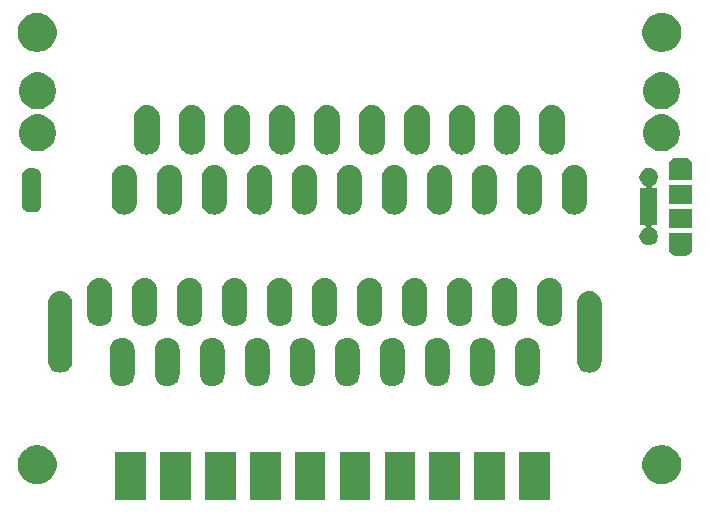
<source format=gts>
G04 #@! TF.GenerationSoftware,KiCad,Pcbnew,(5.1.0)-1*
G04 #@! TF.CreationDate,2019-07-31T11:01:26-04:00*
G04 #@! TF.ProjectId,Inline SCART Splitter,496e6c69-6e65-4205-9343-415254205370,rev?*
G04 #@! TF.SameCoordinates,Original*
G04 #@! TF.FileFunction,Soldermask,Top*
G04 #@! TF.FilePolarity,Negative*
%FSLAX46Y46*%
G04 Gerber Fmt 4.6, Leading zero omitted, Abs format (unit mm)*
G04 Created by KiCad (PCBNEW (5.1.0)-1) date 2019-07-31 11:01:26*
%MOMM*%
%LPD*%
G04 APERTURE LIST*
%ADD10C,0.100000*%
G04 APERTURE END LIST*
D10*
G36*
X149476000Y-66151000D02*
G01*
X146874000Y-66151000D01*
X146874000Y-62049000D01*
X149476000Y-62049000D01*
X149476000Y-66151000D01*
X149476000Y-66151000D01*
G37*
G36*
X145676000Y-66151000D02*
G01*
X143074000Y-66151000D01*
X143074000Y-62049000D01*
X145676000Y-62049000D01*
X145676000Y-66151000D01*
X145676000Y-66151000D01*
G37*
G36*
X115276000Y-66151000D02*
G01*
X112674000Y-66151000D01*
X112674000Y-62049000D01*
X115276000Y-62049000D01*
X115276000Y-66151000D01*
X115276000Y-66151000D01*
G37*
G36*
X119076000Y-66151000D02*
G01*
X116474000Y-66151000D01*
X116474000Y-62049000D01*
X119076000Y-62049000D01*
X119076000Y-66151000D01*
X119076000Y-66151000D01*
G37*
G36*
X122876000Y-66151000D02*
G01*
X120274000Y-66151000D01*
X120274000Y-62049000D01*
X122876000Y-62049000D01*
X122876000Y-66151000D01*
X122876000Y-66151000D01*
G37*
G36*
X126676000Y-66151000D02*
G01*
X124074000Y-66151000D01*
X124074000Y-62049000D01*
X126676000Y-62049000D01*
X126676000Y-66151000D01*
X126676000Y-66151000D01*
G37*
G36*
X130476000Y-66151000D02*
G01*
X127874000Y-66151000D01*
X127874000Y-62049000D01*
X130476000Y-62049000D01*
X130476000Y-66151000D01*
X130476000Y-66151000D01*
G37*
G36*
X134276000Y-66151000D02*
G01*
X131674000Y-66151000D01*
X131674000Y-62049000D01*
X134276000Y-62049000D01*
X134276000Y-66151000D01*
X134276000Y-66151000D01*
G37*
G36*
X138076000Y-66151000D02*
G01*
X135474000Y-66151000D01*
X135474000Y-62049000D01*
X138076000Y-62049000D01*
X138076000Y-66151000D01*
X138076000Y-66151000D01*
G37*
G36*
X141876000Y-66151000D02*
G01*
X139274000Y-66151000D01*
X139274000Y-62049000D01*
X141876000Y-62049000D01*
X141876000Y-66151000D01*
X141876000Y-66151000D01*
G37*
G36*
X106425256Y-61541298D02*
G01*
X106531579Y-61562447D01*
X106832042Y-61686903D01*
X107102451Y-61867585D01*
X107332415Y-62097549D01*
X107513097Y-62367958D01*
X107637553Y-62668421D01*
X107701000Y-62987391D01*
X107701000Y-63312609D01*
X107637553Y-63631579D01*
X107513097Y-63932042D01*
X107332415Y-64202451D01*
X107102451Y-64432415D01*
X106832042Y-64613097D01*
X106531579Y-64737553D01*
X106425256Y-64758702D01*
X106212611Y-64801000D01*
X105887389Y-64801000D01*
X105674744Y-64758702D01*
X105568421Y-64737553D01*
X105267958Y-64613097D01*
X104997549Y-64432415D01*
X104767585Y-64202451D01*
X104586903Y-63932042D01*
X104462447Y-63631579D01*
X104399000Y-63312609D01*
X104399000Y-62987391D01*
X104462447Y-62668421D01*
X104586903Y-62367958D01*
X104767585Y-62097549D01*
X104997549Y-61867585D01*
X105267958Y-61686903D01*
X105568421Y-61562447D01*
X105674744Y-61541298D01*
X105887389Y-61499000D01*
X106212611Y-61499000D01*
X106425256Y-61541298D01*
X106425256Y-61541298D01*
G37*
G36*
X159325256Y-61541298D02*
G01*
X159431579Y-61562447D01*
X159732042Y-61686903D01*
X160002451Y-61867585D01*
X160232415Y-62097549D01*
X160413097Y-62367958D01*
X160537553Y-62668421D01*
X160601000Y-62987391D01*
X160601000Y-63312609D01*
X160537553Y-63631579D01*
X160413097Y-63932042D01*
X160232415Y-64202451D01*
X160002451Y-64432415D01*
X159732042Y-64613097D01*
X159431579Y-64737553D01*
X159325256Y-64758702D01*
X159112611Y-64801000D01*
X158787389Y-64801000D01*
X158574744Y-64758702D01*
X158468421Y-64737553D01*
X158167958Y-64613097D01*
X157897549Y-64432415D01*
X157667585Y-64202451D01*
X157486903Y-63932042D01*
X157362447Y-63631579D01*
X157299000Y-63312609D01*
X157299000Y-62987391D01*
X157362447Y-62668421D01*
X157486903Y-62367958D01*
X157667585Y-62097549D01*
X157897549Y-61867585D01*
X158167958Y-61686903D01*
X158468421Y-61562447D01*
X158574744Y-61541298D01*
X158787389Y-61499000D01*
X159112611Y-61499000D01*
X159325256Y-61541298D01*
X159325256Y-61541298D01*
G37*
G36*
X121091032Y-52404207D02*
G01*
X121289146Y-52464305D01*
X121289149Y-52464306D01*
X121385975Y-52516061D01*
X121471729Y-52561897D01*
X121631765Y-52693235D01*
X121763103Y-52853271D01*
X121808939Y-52939025D01*
X121860694Y-53035851D01*
X121860695Y-53035854D01*
X121920793Y-53233968D01*
X121936000Y-53388370D01*
X121936000Y-55491630D01*
X121920793Y-55646032D01*
X121860695Y-55844145D01*
X121860694Y-55844149D01*
X121808939Y-55940975D01*
X121763103Y-56026729D01*
X121631765Y-56186765D01*
X121471729Y-56318103D01*
X121355030Y-56380479D01*
X121289148Y-56415694D01*
X121289145Y-56415695D01*
X121091031Y-56475793D01*
X120885000Y-56496085D01*
X120678968Y-56475793D01*
X120480854Y-56415695D01*
X120480851Y-56415694D01*
X120384025Y-56363939D01*
X120298271Y-56318103D01*
X120138235Y-56186765D01*
X120006897Y-56026729D01*
X119909307Y-55844149D01*
X119909306Y-55844148D01*
X119909305Y-55844145D01*
X119849207Y-55646031D01*
X119834000Y-55491629D01*
X119834001Y-53388370D01*
X119849208Y-53233968D01*
X119909306Y-53035854D01*
X119909307Y-53035851D01*
X119961062Y-52939025D01*
X120006898Y-52853271D01*
X120138236Y-52693235D01*
X120298272Y-52561897D01*
X120384026Y-52516061D01*
X120480852Y-52464306D01*
X120480855Y-52464305D01*
X120678969Y-52404207D01*
X120885000Y-52383915D01*
X121091032Y-52404207D01*
X121091032Y-52404207D01*
G37*
G36*
X143951032Y-52404207D02*
G01*
X144149146Y-52464305D01*
X144149149Y-52464306D01*
X144245975Y-52516061D01*
X144331729Y-52561897D01*
X144491765Y-52693235D01*
X144623103Y-52853271D01*
X144668939Y-52939025D01*
X144720694Y-53035851D01*
X144720695Y-53035854D01*
X144780793Y-53233968D01*
X144796000Y-53388370D01*
X144796000Y-55491630D01*
X144780793Y-55646032D01*
X144720695Y-55844145D01*
X144720694Y-55844149D01*
X144668939Y-55940975D01*
X144623103Y-56026729D01*
X144491765Y-56186765D01*
X144331729Y-56318103D01*
X144215030Y-56380479D01*
X144149148Y-56415694D01*
X144149145Y-56415695D01*
X143951031Y-56475793D01*
X143745000Y-56496085D01*
X143538968Y-56475793D01*
X143340854Y-56415695D01*
X143340851Y-56415694D01*
X143244025Y-56363939D01*
X143158271Y-56318103D01*
X142998235Y-56186765D01*
X142866897Y-56026729D01*
X142769307Y-55844149D01*
X142769306Y-55844148D01*
X142769305Y-55844145D01*
X142709207Y-55646031D01*
X142694000Y-55491629D01*
X142694001Y-53388370D01*
X142709208Y-53233968D01*
X142769306Y-53035854D01*
X142769307Y-53035851D01*
X142821062Y-52939025D01*
X142866898Y-52853271D01*
X142998236Y-52693235D01*
X143158272Y-52561897D01*
X143244026Y-52516061D01*
X143340852Y-52464306D01*
X143340855Y-52464305D01*
X143538969Y-52404207D01*
X143745000Y-52383915D01*
X143951032Y-52404207D01*
X143951032Y-52404207D01*
G37*
G36*
X147761032Y-52404207D02*
G01*
X147959146Y-52464305D01*
X147959149Y-52464306D01*
X148055975Y-52516061D01*
X148141729Y-52561897D01*
X148301765Y-52693235D01*
X148433103Y-52853271D01*
X148478939Y-52939025D01*
X148530694Y-53035851D01*
X148530695Y-53035854D01*
X148590793Y-53233968D01*
X148606000Y-53388370D01*
X148606000Y-55491630D01*
X148590793Y-55646032D01*
X148530695Y-55844145D01*
X148530694Y-55844149D01*
X148478939Y-55940975D01*
X148433103Y-56026729D01*
X148301765Y-56186765D01*
X148141729Y-56318103D01*
X148025030Y-56380479D01*
X147959148Y-56415694D01*
X147959145Y-56415695D01*
X147761031Y-56475793D01*
X147555000Y-56496085D01*
X147348968Y-56475793D01*
X147150854Y-56415695D01*
X147150851Y-56415694D01*
X147054025Y-56363939D01*
X146968271Y-56318103D01*
X146808235Y-56186765D01*
X146676897Y-56026729D01*
X146579307Y-55844149D01*
X146579306Y-55844148D01*
X146579305Y-55844145D01*
X146519207Y-55646031D01*
X146504000Y-55491629D01*
X146504001Y-53388370D01*
X146519208Y-53233968D01*
X146579306Y-53035854D01*
X146579307Y-53035851D01*
X146631062Y-52939025D01*
X146676898Y-52853271D01*
X146808236Y-52693235D01*
X146968272Y-52561897D01*
X147054026Y-52516061D01*
X147150852Y-52464306D01*
X147150855Y-52464305D01*
X147348969Y-52404207D01*
X147555000Y-52383915D01*
X147761032Y-52404207D01*
X147761032Y-52404207D01*
G37*
G36*
X140141032Y-52404207D02*
G01*
X140339146Y-52464305D01*
X140339149Y-52464306D01*
X140435975Y-52516061D01*
X140521729Y-52561897D01*
X140681765Y-52693235D01*
X140813103Y-52853271D01*
X140858939Y-52939025D01*
X140910694Y-53035851D01*
X140910695Y-53035854D01*
X140970793Y-53233968D01*
X140986000Y-53388370D01*
X140986000Y-55491630D01*
X140970793Y-55646032D01*
X140910695Y-55844145D01*
X140910694Y-55844149D01*
X140858939Y-55940975D01*
X140813103Y-56026729D01*
X140681765Y-56186765D01*
X140521729Y-56318103D01*
X140405030Y-56380479D01*
X140339148Y-56415694D01*
X140339145Y-56415695D01*
X140141031Y-56475793D01*
X139935000Y-56496085D01*
X139728968Y-56475793D01*
X139530854Y-56415695D01*
X139530851Y-56415694D01*
X139434025Y-56363939D01*
X139348271Y-56318103D01*
X139188235Y-56186765D01*
X139056897Y-56026729D01*
X138959307Y-55844149D01*
X138959306Y-55844148D01*
X138959305Y-55844145D01*
X138899207Y-55646031D01*
X138884000Y-55491629D01*
X138884001Y-53388370D01*
X138899208Y-53233968D01*
X138959306Y-53035854D01*
X138959307Y-53035851D01*
X139011062Y-52939025D01*
X139056898Y-52853271D01*
X139188236Y-52693235D01*
X139348272Y-52561897D01*
X139434026Y-52516061D01*
X139530852Y-52464306D01*
X139530855Y-52464305D01*
X139728969Y-52404207D01*
X139935000Y-52383915D01*
X140141032Y-52404207D01*
X140141032Y-52404207D01*
G37*
G36*
X136331032Y-52404207D02*
G01*
X136529146Y-52464305D01*
X136529149Y-52464306D01*
X136625975Y-52516061D01*
X136711729Y-52561897D01*
X136871765Y-52693235D01*
X137003103Y-52853271D01*
X137048939Y-52939025D01*
X137100694Y-53035851D01*
X137100695Y-53035854D01*
X137160793Y-53233968D01*
X137176000Y-53388370D01*
X137176000Y-55491630D01*
X137160793Y-55646032D01*
X137100695Y-55844145D01*
X137100694Y-55844149D01*
X137048939Y-55940975D01*
X137003103Y-56026729D01*
X136871765Y-56186765D01*
X136711729Y-56318103D01*
X136595030Y-56380479D01*
X136529148Y-56415694D01*
X136529145Y-56415695D01*
X136331031Y-56475793D01*
X136125000Y-56496085D01*
X135918968Y-56475793D01*
X135720854Y-56415695D01*
X135720851Y-56415694D01*
X135624025Y-56363939D01*
X135538271Y-56318103D01*
X135378235Y-56186765D01*
X135246897Y-56026729D01*
X135149307Y-55844149D01*
X135149306Y-55844148D01*
X135149305Y-55844145D01*
X135089207Y-55646031D01*
X135074000Y-55491629D01*
X135074001Y-53388370D01*
X135089208Y-53233968D01*
X135149306Y-53035854D01*
X135149307Y-53035851D01*
X135201062Y-52939025D01*
X135246898Y-52853271D01*
X135378236Y-52693235D01*
X135538272Y-52561897D01*
X135624026Y-52516061D01*
X135720852Y-52464306D01*
X135720855Y-52464305D01*
X135918969Y-52404207D01*
X136125000Y-52383915D01*
X136331032Y-52404207D01*
X136331032Y-52404207D01*
G37*
G36*
X132521032Y-52404207D02*
G01*
X132719146Y-52464305D01*
X132719149Y-52464306D01*
X132815975Y-52516061D01*
X132901729Y-52561897D01*
X133061765Y-52693235D01*
X133193103Y-52853271D01*
X133238939Y-52939025D01*
X133290694Y-53035851D01*
X133290695Y-53035854D01*
X133350793Y-53233968D01*
X133366000Y-53388370D01*
X133366000Y-55491630D01*
X133350793Y-55646032D01*
X133290695Y-55844145D01*
X133290694Y-55844149D01*
X133238939Y-55940975D01*
X133193103Y-56026729D01*
X133061765Y-56186765D01*
X132901729Y-56318103D01*
X132785030Y-56380479D01*
X132719148Y-56415694D01*
X132719145Y-56415695D01*
X132521031Y-56475793D01*
X132315000Y-56496085D01*
X132108968Y-56475793D01*
X131910854Y-56415695D01*
X131910851Y-56415694D01*
X131814025Y-56363939D01*
X131728271Y-56318103D01*
X131568235Y-56186765D01*
X131436897Y-56026729D01*
X131339307Y-55844149D01*
X131339306Y-55844148D01*
X131339305Y-55844145D01*
X131279207Y-55646031D01*
X131264000Y-55491629D01*
X131264001Y-53388370D01*
X131279208Y-53233968D01*
X131339306Y-53035854D01*
X131339307Y-53035851D01*
X131391062Y-52939025D01*
X131436898Y-52853271D01*
X131568236Y-52693235D01*
X131728272Y-52561897D01*
X131814026Y-52516061D01*
X131910852Y-52464306D01*
X131910855Y-52464305D01*
X132108969Y-52404207D01*
X132315000Y-52383915D01*
X132521032Y-52404207D01*
X132521032Y-52404207D01*
G37*
G36*
X128711032Y-52404207D02*
G01*
X128909146Y-52464305D01*
X128909149Y-52464306D01*
X129005975Y-52516061D01*
X129091729Y-52561897D01*
X129251765Y-52693235D01*
X129383103Y-52853271D01*
X129428939Y-52939025D01*
X129480694Y-53035851D01*
X129480695Y-53035854D01*
X129540793Y-53233968D01*
X129556000Y-53388370D01*
X129556000Y-55491630D01*
X129540793Y-55646032D01*
X129480695Y-55844145D01*
X129480694Y-55844149D01*
X129428939Y-55940975D01*
X129383103Y-56026729D01*
X129251765Y-56186765D01*
X129091729Y-56318103D01*
X128975030Y-56380479D01*
X128909148Y-56415694D01*
X128909145Y-56415695D01*
X128711031Y-56475793D01*
X128505000Y-56496085D01*
X128298968Y-56475793D01*
X128100854Y-56415695D01*
X128100851Y-56415694D01*
X128004025Y-56363939D01*
X127918271Y-56318103D01*
X127758235Y-56186765D01*
X127626897Y-56026729D01*
X127529307Y-55844149D01*
X127529306Y-55844148D01*
X127529305Y-55844145D01*
X127469207Y-55646031D01*
X127454000Y-55491629D01*
X127454001Y-53388370D01*
X127469208Y-53233968D01*
X127529306Y-53035854D01*
X127529307Y-53035851D01*
X127581062Y-52939025D01*
X127626898Y-52853271D01*
X127758236Y-52693235D01*
X127918272Y-52561897D01*
X128004026Y-52516061D01*
X128100852Y-52464306D01*
X128100855Y-52464305D01*
X128298969Y-52404207D01*
X128505000Y-52383915D01*
X128711032Y-52404207D01*
X128711032Y-52404207D01*
G37*
G36*
X124901032Y-52404207D02*
G01*
X125099146Y-52464305D01*
X125099149Y-52464306D01*
X125195975Y-52516061D01*
X125281729Y-52561897D01*
X125441765Y-52693235D01*
X125573103Y-52853271D01*
X125618939Y-52939025D01*
X125670694Y-53035851D01*
X125670695Y-53035854D01*
X125730793Y-53233968D01*
X125746000Y-53388370D01*
X125746000Y-55491630D01*
X125730793Y-55646032D01*
X125670695Y-55844145D01*
X125670694Y-55844149D01*
X125618939Y-55940975D01*
X125573103Y-56026729D01*
X125441765Y-56186765D01*
X125281729Y-56318103D01*
X125165030Y-56380479D01*
X125099148Y-56415694D01*
X125099145Y-56415695D01*
X124901031Y-56475793D01*
X124695000Y-56496085D01*
X124488968Y-56475793D01*
X124290854Y-56415695D01*
X124290851Y-56415694D01*
X124194025Y-56363939D01*
X124108271Y-56318103D01*
X123948235Y-56186765D01*
X123816897Y-56026729D01*
X123719307Y-55844149D01*
X123719306Y-55844148D01*
X123719305Y-55844145D01*
X123659207Y-55646031D01*
X123644000Y-55491629D01*
X123644001Y-53388370D01*
X123659208Y-53233968D01*
X123719306Y-53035854D01*
X123719307Y-53035851D01*
X123771062Y-52939025D01*
X123816898Y-52853271D01*
X123948236Y-52693235D01*
X124108272Y-52561897D01*
X124194026Y-52516061D01*
X124290852Y-52464306D01*
X124290855Y-52464305D01*
X124488969Y-52404207D01*
X124695000Y-52383915D01*
X124901032Y-52404207D01*
X124901032Y-52404207D01*
G37*
G36*
X113471032Y-52404207D02*
G01*
X113669146Y-52464305D01*
X113669149Y-52464306D01*
X113765975Y-52516061D01*
X113851729Y-52561897D01*
X114011765Y-52693235D01*
X114143103Y-52853271D01*
X114188939Y-52939025D01*
X114240694Y-53035851D01*
X114240695Y-53035854D01*
X114300793Y-53233968D01*
X114316000Y-53388370D01*
X114316000Y-55491630D01*
X114300793Y-55646032D01*
X114240695Y-55844145D01*
X114240694Y-55844149D01*
X114188939Y-55940975D01*
X114143103Y-56026729D01*
X114011765Y-56186765D01*
X113851729Y-56318103D01*
X113735030Y-56380479D01*
X113669148Y-56415694D01*
X113669145Y-56415695D01*
X113471031Y-56475793D01*
X113265000Y-56496085D01*
X113058968Y-56475793D01*
X112860854Y-56415695D01*
X112860851Y-56415694D01*
X112764025Y-56363939D01*
X112678271Y-56318103D01*
X112518235Y-56186765D01*
X112386897Y-56026729D01*
X112289307Y-55844149D01*
X112289306Y-55844148D01*
X112289305Y-55844145D01*
X112229207Y-55646031D01*
X112214000Y-55491629D01*
X112214001Y-53388370D01*
X112229208Y-53233968D01*
X112289306Y-53035854D01*
X112289307Y-53035851D01*
X112341062Y-52939025D01*
X112386898Y-52853271D01*
X112518236Y-52693235D01*
X112678272Y-52561897D01*
X112764026Y-52516061D01*
X112860852Y-52464306D01*
X112860855Y-52464305D01*
X113058969Y-52404207D01*
X113265000Y-52383915D01*
X113471032Y-52404207D01*
X113471032Y-52404207D01*
G37*
G36*
X117281032Y-52404207D02*
G01*
X117479146Y-52464305D01*
X117479149Y-52464306D01*
X117575975Y-52516061D01*
X117661729Y-52561897D01*
X117821765Y-52693235D01*
X117953103Y-52853271D01*
X117998939Y-52939025D01*
X118050694Y-53035851D01*
X118050695Y-53035854D01*
X118110793Y-53233968D01*
X118126000Y-53388370D01*
X118126000Y-55491630D01*
X118110793Y-55646032D01*
X118050695Y-55844145D01*
X118050694Y-55844149D01*
X117998939Y-55940975D01*
X117953103Y-56026729D01*
X117821765Y-56186765D01*
X117661729Y-56318103D01*
X117545030Y-56380479D01*
X117479148Y-56415694D01*
X117479145Y-56415695D01*
X117281031Y-56475793D01*
X117075000Y-56496085D01*
X116868968Y-56475793D01*
X116670854Y-56415695D01*
X116670851Y-56415694D01*
X116574025Y-56363939D01*
X116488271Y-56318103D01*
X116328235Y-56186765D01*
X116196897Y-56026729D01*
X116099307Y-55844149D01*
X116099306Y-55844148D01*
X116099305Y-55844145D01*
X116039207Y-55646031D01*
X116024000Y-55491629D01*
X116024001Y-53388370D01*
X116039208Y-53233968D01*
X116099306Y-53035854D01*
X116099307Y-53035851D01*
X116151062Y-52939025D01*
X116196898Y-52853271D01*
X116328236Y-52693235D01*
X116488272Y-52561897D01*
X116574026Y-52516061D01*
X116670852Y-52464306D01*
X116670855Y-52464305D01*
X116868969Y-52404207D01*
X117075000Y-52383915D01*
X117281032Y-52404207D01*
X117281032Y-52404207D01*
G37*
G36*
X108206032Y-48464207D02*
G01*
X108404146Y-48524305D01*
X108404149Y-48524306D01*
X108500975Y-48576061D01*
X108586729Y-48621897D01*
X108746765Y-48753235D01*
X108878103Y-48913271D01*
X108923939Y-48999025D01*
X108975694Y-49095851D01*
X108975695Y-49095854D01*
X109035793Y-49293968D01*
X109051000Y-49448370D01*
X109051000Y-54351630D01*
X109035793Y-54506032D01*
X108975695Y-54704145D01*
X108975694Y-54704149D01*
X108923939Y-54800975D01*
X108878103Y-54886729D01*
X108746765Y-55046765D01*
X108586729Y-55178103D01*
X108470030Y-55240479D01*
X108404148Y-55275694D01*
X108404145Y-55275695D01*
X108206031Y-55335793D01*
X108000000Y-55356085D01*
X107793968Y-55335793D01*
X107595854Y-55275695D01*
X107595851Y-55275694D01*
X107499025Y-55223939D01*
X107413271Y-55178103D01*
X107253235Y-55046765D01*
X107121897Y-54886729D01*
X107024307Y-54704149D01*
X107024306Y-54704148D01*
X107024305Y-54704145D01*
X106964207Y-54506031D01*
X106949000Y-54351629D01*
X106949001Y-49448370D01*
X106964208Y-49293968D01*
X107024306Y-49095854D01*
X107024307Y-49095851D01*
X107076062Y-48999025D01*
X107121898Y-48913271D01*
X107253236Y-48753235D01*
X107413272Y-48621897D01*
X107499026Y-48576061D01*
X107595852Y-48524306D01*
X107595855Y-48524305D01*
X107793969Y-48464207D01*
X108000000Y-48443915D01*
X108206032Y-48464207D01*
X108206032Y-48464207D01*
G37*
G36*
X153006032Y-48464207D02*
G01*
X153204146Y-48524305D01*
X153204149Y-48524306D01*
X153300975Y-48576061D01*
X153386729Y-48621897D01*
X153546765Y-48753235D01*
X153678103Y-48913271D01*
X153723939Y-48999025D01*
X153775694Y-49095851D01*
X153775695Y-49095854D01*
X153835793Y-49293968D01*
X153851000Y-49448370D01*
X153851000Y-54351630D01*
X153835793Y-54506032D01*
X153775695Y-54704145D01*
X153775694Y-54704149D01*
X153723939Y-54800975D01*
X153678103Y-54886729D01*
X153546765Y-55046765D01*
X153386729Y-55178103D01*
X153270030Y-55240479D01*
X153204148Y-55275694D01*
X153204145Y-55275695D01*
X153006031Y-55335793D01*
X152800000Y-55356085D01*
X152593968Y-55335793D01*
X152395854Y-55275695D01*
X152395851Y-55275694D01*
X152299025Y-55223939D01*
X152213271Y-55178103D01*
X152053235Y-55046765D01*
X151921897Y-54886729D01*
X151824307Y-54704149D01*
X151824306Y-54704148D01*
X151824305Y-54704145D01*
X151764207Y-54506031D01*
X151749000Y-54351629D01*
X151749001Y-49448370D01*
X151764208Y-49293968D01*
X151824306Y-49095854D01*
X151824307Y-49095851D01*
X151876062Y-48999025D01*
X151921898Y-48913271D01*
X152053236Y-48753235D01*
X152213272Y-48621897D01*
X152299026Y-48576061D01*
X152395852Y-48524306D01*
X152395855Y-48524305D01*
X152593969Y-48464207D01*
X152800000Y-48443915D01*
X153006032Y-48464207D01*
X153006032Y-48464207D01*
G37*
G36*
X130606032Y-47324207D02*
G01*
X130804146Y-47384305D01*
X130804149Y-47384306D01*
X130900975Y-47436061D01*
X130986729Y-47481897D01*
X131146765Y-47613235D01*
X131278103Y-47773271D01*
X131323939Y-47859025D01*
X131375694Y-47955851D01*
X131375695Y-47955854D01*
X131435793Y-48153968D01*
X131451000Y-48308370D01*
X131451000Y-50411630D01*
X131435793Y-50566032D01*
X131375695Y-50764145D01*
X131375694Y-50764149D01*
X131323939Y-50860975D01*
X131278103Y-50946729D01*
X131146765Y-51106765D01*
X130986729Y-51238103D01*
X130870030Y-51300479D01*
X130804148Y-51335694D01*
X130804145Y-51335695D01*
X130606031Y-51395793D01*
X130400000Y-51416085D01*
X130193968Y-51395793D01*
X129995854Y-51335695D01*
X129995851Y-51335694D01*
X129899025Y-51283939D01*
X129813271Y-51238103D01*
X129653235Y-51106765D01*
X129521897Y-50946729D01*
X129424307Y-50764149D01*
X129424306Y-50764148D01*
X129424305Y-50764145D01*
X129364207Y-50566031D01*
X129349000Y-50411629D01*
X129349001Y-48308370D01*
X129364208Y-48153968D01*
X129424306Y-47955854D01*
X129424307Y-47955851D01*
X129476062Y-47859025D01*
X129521898Y-47773271D01*
X129653236Y-47613235D01*
X129813272Y-47481897D01*
X129899026Y-47436061D01*
X129995852Y-47384306D01*
X129995855Y-47384305D01*
X130193969Y-47324207D01*
X130400000Y-47303915D01*
X130606032Y-47324207D01*
X130606032Y-47324207D01*
G37*
G36*
X138226032Y-47324207D02*
G01*
X138424146Y-47384305D01*
X138424149Y-47384306D01*
X138520975Y-47436061D01*
X138606729Y-47481897D01*
X138766765Y-47613235D01*
X138898103Y-47773271D01*
X138943939Y-47859025D01*
X138995694Y-47955851D01*
X138995695Y-47955854D01*
X139055793Y-48153968D01*
X139071000Y-48308370D01*
X139071000Y-50411630D01*
X139055793Y-50566032D01*
X138995695Y-50764145D01*
X138995694Y-50764149D01*
X138943939Y-50860975D01*
X138898103Y-50946729D01*
X138766765Y-51106765D01*
X138606729Y-51238103D01*
X138490030Y-51300479D01*
X138424148Y-51335694D01*
X138424145Y-51335695D01*
X138226031Y-51395793D01*
X138020000Y-51416085D01*
X137813968Y-51395793D01*
X137615854Y-51335695D01*
X137615851Y-51335694D01*
X137519025Y-51283939D01*
X137433271Y-51238103D01*
X137273235Y-51106765D01*
X137141897Y-50946729D01*
X137044307Y-50764149D01*
X137044306Y-50764148D01*
X137044305Y-50764145D01*
X136984207Y-50566031D01*
X136969000Y-50411629D01*
X136969001Y-48308370D01*
X136984208Y-48153968D01*
X137044306Y-47955854D01*
X137044307Y-47955851D01*
X137096062Y-47859025D01*
X137141898Y-47773271D01*
X137273236Y-47613235D01*
X137433272Y-47481897D01*
X137519026Y-47436061D01*
X137615852Y-47384306D01*
X137615855Y-47384305D01*
X137813969Y-47324207D01*
X138020000Y-47303915D01*
X138226032Y-47324207D01*
X138226032Y-47324207D01*
G37*
G36*
X134416032Y-47324207D02*
G01*
X134614146Y-47384305D01*
X134614149Y-47384306D01*
X134710975Y-47436061D01*
X134796729Y-47481897D01*
X134956765Y-47613235D01*
X135088103Y-47773271D01*
X135133939Y-47859025D01*
X135185694Y-47955851D01*
X135185695Y-47955854D01*
X135245793Y-48153968D01*
X135261000Y-48308370D01*
X135261000Y-50411630D01*
X135245793Y-50566032D01*
X135185695Y-50764145D01*
X135185694Y-50764149D01*
X135133939Y-50860975D01*
X135088103Y-50946729D01*
X134956765Y-51106765D01*
X134796729Y-51238103D01*
X134680030Y-51300479D01*
X134614148Y-51335694D01*
X134614145Y-51335695D01*
X134416031Y-51395793D01*
X134210000Y-51416085D01*
X134003968Y-51395793D01*
X133805854Y-51335695D01*
X133805851Y-51335694D01*
X133709025Y-51283939D01*
X133623271Y-51238103D01*
X133463235Y-51106765D01*
X133331897Y-50946729D01*
X133234307Y-50764149D01*
X133234306Y-50764148D01*
X133234305Y-50764145D01*
X133174207Y-50566031D01*
X133159000Y-50411629D01*
X133159001Y-48308370D01*
X133174208Y-48153968D01*
X133234306Y-47955854D01*
X133234307Y-47955851D01*
X133286062Y-47859025D01*
X133331898Y-47773271D01*
X133463236Y-47613235D01*
X133623272Y-47481897D01*
X133709026Y-47436061D01*
X133805852Y-47384306D01*
X133805855Y-47384305D01*
X134003969Y-47324207D01*
X134210000Y-47303915D01*
X134416032Y-47324207D01*
X134416032Y-47324207D01*
G37*
G36*
X149656032Y-47324207D02*
G01*
X149854146Y-47384305D01*
X149854149Y-47384306D01*
X149950975Y-47436061D01*
X150036729Y-47481897D01*
X150196765Y-47613235D01*
X150328103Y-47773271D01*
X150373939Y-47859025D01*
X150425694Y-47955851D01*
X150425695Y-47955854D01*
X150485793Y-48153968D01*
X150501000Y-48308370D01*
X150501000Y-50411630D01*
X150485793Y-50566032D01*
X150425695Y-50764145D01*
X150425694Y-50764149D01*
X150373939Y-50860975D01*
X150328103Y-50946729D01*
X150196765Y-51106765D01*
X150036729Y-51238103D01*
X149920030Y-51300479D01*
X149854148Y-51335694D01*
X149854145Y-51335695D01*
X149656031Y-51395793D01*
X149450000Y-51416085D01*
X149243968Y-51395793D01*
X149045854Y-51335695D01*
X149045851Y-51335694D01*
X148949025Y-51283939D01*
X148863271Y-51238103D01*
X148703235Y-51106765D01*
X148571897Y-50946729D01*
X148474307Y-50764149D01*
X148474306Y-50764148D01*
X148474305Y-50764145D01*
X148414207Y-50566031D01*
X148399000Y-50411629D01*
X148399001Y-48308370D01*
X148414208Y-48153968D01*
X148474306Y-47955854D01*
X148474307Y-47955851D01*
X148526062Y-47859025D01*
X148571898Y-47773271D01*
X148703236Y-47613235D01*
X148863272Y-47481897D01*
X148949026Y-47436061D01*
X149045852Y-47384306D01*
X149045855Y-47384305D01*
X149243969Y-47324207D01*
X149450000Y-47303915D01*
X149656032Y-47324207D01*
X149656032Y-47324207D01*
G37*
G36*
X111556032Y-47324207D02*
G01*
X111754146Y-47384305D01*
X111754149Y-47384306D01*
X111850975Y-47436061D01*
X111936729Y-47481897D01*
X112096765Y-47613235D01*
X112228103Y-47773271D01*
X112273939Y-47859025D01*
X112325694Y-47955851D01*
X112325695Y-47955854D01*
X112385793Y-48153968D01*
X112401000Y-48308370D01*
X112401000Y-50411630D01*
X112385793Y-50566032D01*
X112325695Y-50764145D01*
X112325694Y-50764149D01*
X112273939Y-50860975D01*
X112228103Y-50946729D01*
X112096765Y-51106765D01*
X111936729Y-51238103D01*
X111820030Y-51300479D01*
X111754148Y-51335694D01*
X111754145Y-51335695D01*
X111556031Y-51395793D01*
X111350000Y-51416085D01*
X111143968Y-51395793D01*
X110945854Y-51335695D01*
X110945851Y-51335694D01*
X110849025Y-51283939D01*
X110763271Y-51238103D01*
X110603235Y-51106765D01*
X110471897Y-50946729D01*
X110374307Y-50764149D01*
X110374306Y-50764148D01*
X110374305Y-50764145D01*
X110314207Y-50566031D01*
X110299000Y-50411629D01*
X110299001Y-48308370D01*
X110314208Y-48153968D01*
X110374306Y-47955854D01*
X110374307Y-47955851D01*
X110426062Y-47859025D01*
X110471898Y-47773271D01*
X110603236Y-47613235D01*
X110763272Y-47481897D01*
X110849026Y-47436061D01*
X110945852Y-47384306D01*
X110945855Y-47384305D01*
X111143969Y-47324207D01*
X111350000Y-47303915D01*
X111556032Y-47324207D01*
X111556032Y-47324207D01*
G37*
G36*
X119176032Y-47324207D02*
G01*
X119374146Y-47384305D01*
X119374149Y-47384306D01*
X119470975Y-47436061D01*
X119556729Y-47481897D01*
X119716765Y-47613235D01*
X119848103Y-47773271D01*
X119893939Y-47859025D01*
X119945694Y-47955851D01*
X119945695Y-47955854D01*
X120005793Y-48153968D01*
X120021000Y-48308370D01*
X120021000Y-50411630D01*
X120005793Y-50566032D01*
X119945695Y-50764145D01*
X119945694Y-50764149D01*
X119893939Y-50860975D01*
X119848103Y-50946729D01*
X119716765Y-51106765D01*
X119556729Y-51238103D01*
X119440030Y-51300479D01*
X119374148Y-51335694D01*
X119374145Y-51335695D01*
X119176031Y-51395793D01*
X118970000Y-51416085D01*
X118763968Y-51395793D01*
X118565854Y-51335695D01*
X118565851Y-51335694D01*
X118469025Y-51283939D01*
X118383271Y-51238103D01*
X118223235Y-51106765D01*
X118091897Y-50946729D01*
X117994307Y-50764149D01*
X117994306Y-50764148D01*
X117994305Y-50764145D01*
X117934207Y-50566031D01*
X117919000Y-50411629D01*
X117919001Y-48308370D01*
X117934208Y-48153968D01*
X117994306Y-47955854D01*
X117994307Y-47955851D01*
X118046062Y-47859025D01*
X118091898Y-47773271D01*
X118223236Y-47613235D01*
X118383272Y-47481897D01*
X118469026Y-47436061D01*
X118565852Y-47384306D01*
X118565855Y-47384305D01*
X118763969Y-47324207D01*
X118970000Y-47303915D01*
X119176032Y-47324207D01*
X119176032Y-47324207D01*
G37*
G36*
X122986032Y-47324207D02*
G01*
X123184146Y-47384305D01*
X123184149Y-47384306D01*
X123280975Y-47436061D01*
X123366729Y-47481897D01*
X123526765Y-47613235D01*
X123658103Y-47773271D01*
X123703939Y-47859025D01*
X123755694Y-47955851D01*
X123755695Y-47955854D01*
X123815793Y-48153968D01*
X123831000Y-48308370D01*
X123831000Y-50411630D01*
X123815793Y-50566032D01*
X123755695Y-50764145D01*
X123755694Y-50764149D01*
X123703939Y-50860975D01*
X123658103Y-50946729D01*
X123526765Y-51106765D01*
X123366729Y-51238103D01*
X123250030Y-51300479D01*
X123184148Y-51335694D01*
X123184145Y-51335695D01*
X122986031Y-51395793D01*
X122780000Y-51416085D01*
X122573968Y-51395793D01*
X122375854Y-51335695D01*
X122375851Y-51335694D01*
X122279025Y-51283939D01*
X122193271Y-51238103D01*
X122033235Y-51106765D01*
X121901897Y-50946729D01*
X121804307Y-50764149D01*
X121804306Y-50764148D01*
X121804305Y-50764145D01*
X121744207Y-50566031D01*
X121729000Y-50411629D01*
X121729001Y-48308370D01*
X121744208Y-48153968D01*
X121804306Y-47955854D01*
X121804307Y-47955851D01*
X121856062Y-47859025D01*
X121901898Y-47773271D01*
X122033236Y-47613235D01*
X122193272Y-47481897D01*
X122279026Y-47436061D01*
X122375852Y-47384306D01*
X122375855Y-47384305D01*
X122573969Y-47324207D01*
X122780000Y-47303915D01*
X122986032Y-47324207D01*
X122986032Y-47324207D01*
G37*
G36*
X126796032Y-47324207D02*
G01*
X126994146Y-47384305D01*
X126994149Y-47384306D01*
X127090975Y-47436061D01*
X127176729Y-47481897D01*
X127336765Y-47613235D01*
X127468103Y-47773271D01*
X127513939Y-47859025D01*
X127565694Y-47955851D01*
X127565695Y-47955854D01*
X127625793Y-48153968D01*
X127641000Y-48308370D01*
X127641000Y-50411630D01*
X127625793Y-50566032D01*
X127565695Y-50764145D01*
X127565694Y-50764149D01*
X127513939Y-50860975D01*
X127468103Y-50946729D01*
X127336765Y-51106765D01*
X127176729Y-51238103D01*
X127060030Y-51300479D01*
X126994148Y-51335694D01*
X126994145Y-51335695D01*
X126796031Y-51395793D01*
X126590000Y-51416085D01*
X126383968Y-51395793D01*
X126185854Y-51335695D01*
X126185851Y-51335694D01*
X126089025Y-51283939D01*
X126003271Y-51238103D01*
X125843235Y-51106765D01*
X125711897Y-50946729D01*
X125614307Y-50764149D01*
X125614306Y-50764148D01*
X125614305Y-50764145D01*
X125554207Y-50566031D01*
X125539000Y-50411629D01*
X125539001Y-48308370D01*
X125554208Y-48153968D01*
X125614306Y-47955854D01*
X125614307Y-47955851D01*
X125666062Y-47859025D01*
X125711898Y-47773271D01*
X125843236Y-47613235D01*
X126003272Y-47481897D01*
X126089026Y-47436061D01*
X126185852Y-47384306D01*
X126185855Y-47384305D01*
X126383969Y-47324207D01*
X126590000Y-47303915D01*
X126796032Y-47324207D01*
X126796032Y-47324207D01*
G37*
G36*
X145846032Y-47324207D02*
G01*
X146044146Y-47384305D01*
X146044149Y-47384306D01*
X146140975Y-47436061D01*
X146226729Y-47481897D01*
X146386765Y-47613235D01*
X146518103Y-47773271D01*
X146563939Y-47859025D01*
X146615694Y-47955851D01*
X146615695Y-47955854D01*
X146675793Y-48153968D01*
X146691000Y-48308370D01*
X146691000Y-50411630D01*
X146675793Y-50566032D01*
X146615695Y-50764145D01*
X146615694Y-50764149D01*
X146563939Y-50860975D01*
X146518103Y-50946729D01*
X146386765Y-51106765D01*
X146226729Y-51238103D01*
X146110030Y-51300479D01*
X146044148Y-51335694D01*
X146044145Y-51335695D01*
X145846031Y-51395793D01*
X145640000Y-51416085D01*
X145433968Y-51395793D01*
X145235854Y-51335695D01*
X145235851Y-51335694D01*
X145139025Y-51283939D01*
X145053271Y-51238103D01*
X144893235Y-51106765D01*
X144761897Y-50946729D01*
X144664307Y-50764149D01*
X144664306Y-50764148D01*
X144664305Y-50764145D01*
X144604207Y-50566031D01*
X144589000Y-50411629D01*
X144589001Y-48308370D01*
X144604208Y-48153968D01*
X144664306Y-47955854D01*
X144664307Y-47955851D01*
X144716062Y-47859025D01*
X144761898Y-47773271D01*
X144893236Y-47613235D01*
X145053272Y-47481897D01*
X145139026Y-47436061D01*
X145235852Y-47384306D01*
X145235855Y-47384305D01*
X145433969Y-47324207D01*
X145640000Y-47303915D01*
X145846032Y-47324207D01*
X145846032Y-47324207D01*
G37*
G36*
X142036032Y-47324207D02*
G01*
X142234146Y-47384305D01*
X142234149Y-47384306D01*
X142330975Y-47436061D01*
X142416729Y-47481897D01*
X142576765Y-47613235D01*
X142708103Y-47773271D01*
X142753939Y-47859025D01*
X142805694Y-47955851D01*
X142805695Y-47955854D01*
X142865793Y-48153968D01*
X142881000Y-48308370D01*
X142881000Y-50411630D01*
X142865793Y-50566032D01*
X142805695Y-50764145D01*
X142805694Y-50764149D01*
X142753939Y-50860975D01*
X142708103Y-50946729D01*
X142576765Y-51106765D01*
X142416729Y-51238103D01*
X142300030Y-51300479D01*
X142234148Y-51335694D01*
X142234145Y-51335695D01*
X142036031Y-51395793D01*
X141830000Y-51416085D01*
X141623968Y-51395793D01*
X141425854Y-51335695D01*
X141425851Y-51335694D01*
X141329025Y-51283939D01*
X141243271Y-51238103D01*
X141083235Y-51106765D01*
X140951897Y-50946729D01*
X140854307Y-50764149D01*
X140854306Y-50764148D01*
X140854305Y-50764145D01*
X140794207Y-50566031D01*
X140779000Y-50411629D01*
X140779001Y-48308370D01*
X140794208Y-48153968D01*
X140854306Y-47955854D01*
X140854307Y-47955851D01*
X140906062Y-47859025D01*
X140951898Y-47773271D01*
X141083236Y-47613235D01*
X141243272Y-47481897D01*
X141329026Y-47436061D01*
X141425852Y-47384306D01*
X141425855Y-47384305D01*
X141623969Y-47324207D01*
X141830000Y-47303915D01*
X142036032Y-47324207D01*
X142036032Y-47324207D01*
G37*
G36*
X115366032Y-47324207D02*
G01*
X115564146Y-47384305D01*
X115564149Y-47384306D01*
X115660975Y-47436061D01*
X115746729Y-47481897D01*
X115906765Y-47613235D01*
X116038103Y-47773271D01*
X116083939Y-47859025D01*
X116135694Y-47955851D01*
X116135695Y-47955854D01*
X116195793Y-48153968D01*
X116211000Y-48308370D01*
X116211000Y-50411630D01*
X116195793Y-50566032D01*
X116135695Y-50764145D01*
X116135694Y-50764149D01*
X116083939Y-50860975D01*
X116038103Y-50946729D01*
X115906765Y-51106765D01*
X115746729Y-51238103D01*
X115630030Y-51300479D01*
X115564148Y-51335694D01*
X115564145Y-51335695D01*
X115366031Y-51395793D01*
X115160000Y-51416085D01*
X114953968Y-51395793D01*
X114755854Y-51335695D01*
X114755851Y-51335694D01*
X114659025Y-51283939D01*
X114573271Y-51238103D01*
X114413235Y-51106765D01*
X114281897Y-50946729D01*
X114184307Y-50764149D01*
X114184306Y-50764148D01*
X114184305Y-50764145D01*
X114124207Y-50566031D01*
X114109000Y-50411629D01*
X114109001Y-48308370D01*
X114124208Y-48153968D01*
X114184306Y-47955854D01*
X114184307Y-47955851D01*
X114236062Y-47859025D01*
X114281898Y-47773271D01*
X114413236Y-47613235D01*
X114573272Y-47481897D01*
X114659026Y-47436061D01*
X114755852Y-47384306D01*
X114755855Y-47384305D01*
X114953969Y-47324207D01*
X115160000Y-47303915D01*
X115366032Y-47324207D01*
X115366032Y-47324207D01*
G37*
G36*
X161538500Y-44761886D02*
G01*
X161539102Y-44774138D01*
X161541649Y-44800000D01*
X161539102Y-44825862D01*
X161538500Y-44838114D01*
X161538500Y-44911406D01*
X161529543Y-44928164D01*
X161525415Y-44939701D01*
X161499632Y-45024693D01*
X161491854Y-45050336D01*
X161431406Y-45163425D01*
X161350054Y-45262554D01*
X161250925Y-45343906D01*
X161137836Y-45404354D01*
X161105904Y-45414040D01*
X161015118Y-45441580D01*
X160951355Y-45447860D01*
X160919474Y-45451000D01*
X160155526Y-45451000D01*
X160123645Y-45447860D01*
X160059882Y-45441580D01*
X159969096Y-45414040D01*
X159937164Y-45404354D01*
X159824075Y-45343906D01*
X159724946Y-45262554D01*
X159643594Y-45163425D01*
X159583146Y-45050336D01*
X159575368Y-45024693D01*
X159549587Y-44939708D01*
X159540213Y-44917075D01*
X159536500Y-44911518D01*
X159536500Y-44838114D01*
X159535898Y-44825862D01*
X159533351Y-44800000D01*
X159535898Y-44774138D01*
X159536500Y-44761886D01*
X159536500Y-43549000D01*
X161538500Y-43549000D01*
X161538500Y-44761886D01*
X161538500Y-44761886D01*
G37*
G36*
X158063848Y-38053820D02*
G01*
X158063850Y-38053821D01*
X158063851Y-38053821D01*
X158205074Y-38112317D01*
X158205077Y-38112319D01*
X158332169Y-38197239D01*
X158440261Y-38305331D01*
X158523121Y-38429340D01*
X158525183Y-38432426D01*
X158574294Y-38550991D01*
X158583680Y-38573652D01*
X158590142Y-38606139D01*
X158613500Y-38723571D01*
X158613500Y-38876429D01*
X158583679Y-39026351D01*
X158525183Y-39167574D01*
X158525181Y-39167577D01*
X158440261Y-39294669D01*
X158332169Y-39402761D01*
X158247440Y-39459375D01*
X158205074Y-39487683D01*
X158154772Y-39508519D01*
X158133164Y-39520068D01*
X158114222Y-39535614D01*
X158098677Y-39554556D01*
X158087126Y-39576166D01*
X158080013Y-39599615D01*
X158077611Y-39624001D01*
X158080013Y-39648387D01*
X158087126Y-39671836D01*
X158098677Y-39693447D01*
X158114223Y-39712389D01*
X158133165Y-39727934D01*
X158154775Y-39739485D01*
X158178224Y-39746598D01*
X158202610Y-39749000D01*
X158563500Y-39749000D01*
X158563500Y-42851000D01*
X158202610Y-42851000D01*
X158178224Y-42853402D01*
X158154775Y-42860515D01*
X158133164Y-42872066D01*
X158114222Y-42887611D01*
X158098677Y-42906553D01*
X158087126Y-42928164D01*
X158080013Y-42951613D01*
X158077611Y-42975999D01*
X158080013Y-43000385D01*
X158087126Y-43023834D01*
X158098677Y-43045445D01*
X158114222Y-43064387D01*
X158133164Y-43079932D01*
X158154772Y-43091481D01*
X158205074Y-43112317D01*
X158205075Y-43112318D01*
X158332169Y-43197239D01*
X158440261Y-43305331D01*
X158525181Y-43432423D01*
X158525183Y-43432426D01*
X158583679Y-43573649D01*
X158613500Y-43723571D01*
X158613500Y-43876429D01*
X158583679Y-44026351D01*
X158525183Y-44167574D01*
X158525181Y-44167577D01*
X158440261Y-44294669D01*
X158332169Y-44402761D01*
X158281564Y-44436574D01*
X158205074Y-44487683D01*
X158063851Y-44546179D01*
X158063850Y-44546179D01*
X158063848Y-44546180D01*
X157913931Y-44576000D01*
X157761069Y-44576000D01*
X157611152Y-44546180D01*
X157611150Y-44546179D01*
X157611149Y-44546179D01*
X157469926Y-44487683D01*
X157393436Y-44436574D01*
X157342831Y-44402761D01*
X157234739Y-44294669D01*
X157149819Y-44167577D01*
X157149817Y-44167574D01*
X157091321Y-44026351D01*
X157061500Y-43876429D01*
X157061500Y-43723571D01*
X157091321Y-43573649D01*
X157149817Y-43432426D01*
X157149819Y-43432423D01*
X157234739Y-43305331D01*
X157342831Y-43197239D01*
X157469925Y-43112318D01*
X157469926Y-43112317D01*
X157520228Y-43091481D01*
X157541836Y-43079932D01*
X157560778Y-43064386D01*
X157576323Y-43045444D01*
X157587874Y-43023834D01*
X157594987Y-43000385D01*
X157597389Y-42975999D01*
X157594987Y-42951613D01*
X157587874Y-42928164D01*
X157576323Y-42906553D01*
X157560777Y-42887611D01*
X157541835Y-42872066D01*
X157520225Y-42860515D01*
X157496776Y-42853402D01*
X157472390Y-42851000D01*
X157111500Y-42851000D01*
X157111500Y-39749000D01*
X157472390Y-39749000D01*
X157496776Y-39746598D01*
X157520225Y-39739485D01*
X157541836Y-39727934D01*
X157560778Y-39712389D01*
X157576323Y-39693447D01*
X157587874Y-39671836D01*
X157594987Y-39648387D01*
X157597389Y-39624001D01*
X157594987Y-39599615D01*
X157587874Y-39576166D01*
X157576323Y-39554555D01*
X157560778Y-39535613D01*
X157541836Y-39520068D01*
X157520228Y-39508519D01*
X157469926Y-39487683D01*
X157427560Y-39459375D01*
X157342831Y-39402761D01*
X157234739Y-39294669D01*
X157149819Y-39167577D01*
X157149817Y-39167574D01*
X157091321Y-39026351D01*
X157061500Y-38876429D01*
X157061500Y-38723571D01*
X157084858Y-38606139D01*
X157091320Y-38573652D01*
X157100706Y-38550991D01*
X157149817Y-38432426D01*
X157151879Y-38429340D01*
X157234739Y-38305331D01*
X157342831Y-38197239D01*
X157469923Y-38112319D01*
X157469926Y-38112317D01*
X157611149Y-38053821D01*
X157611150Y-38053821D01*
X157611152Y-38053820D01*
X157761069Y-38024000D01*
X157913931Y-38024000D01*
X158063848Y-38053820D01*
X158063848Y-38053820D01*
G37*
G36*
X161538500Y-43101000D02*
G01*
X159536500Y-43101000D01*
X159536500Y-41499000D01*
X161538500Y-41499000D01*
X161538500Y-43101000D01*
X161538500Y-43101000D01*
G37*
G36*
X151764107Y-37813003D02*
G01*
X151969992Y-37875458D01*
X152159725Y-37976872D01*
X152159728Y-37976874D01*
X152159729Y-37976875D01*
X152326038Y-38113362D01*
X152448477Y-38262553D01*
X152462528Y-38279675D01*
X152563942Y-38469408D01*
X152626397Y-38675293D01*
X152642200Y-38835747D01*
X152642200Y-40924253D01*
X152626397Y-41084707D01*
X152563942Y-41290592D01*
X152462528Y-41480325D01*
X152326036Y-41646641D01*
X152229560Y-41725816D01*
X152159729Y-41783125D01*
X152159727Y-41783126D01*
X151969991Y-41884542D01*
X151764106Y-41946997D01*
X151550000Y-41968084D01*
X151335893Y-41946997D01*
X151130008Y-41884542D01*
X150940275Y-41783128D01*
X150897294Y-41747854D01*
X150828285Y-41691220D01*
X150773959Y-41646636D01*
X150652798Y-41499000D01*
X150637475Y-41480329D01*
X150578856Y-41370660D01*
X150536058Y-41290591D01*
X150473603Y-41084706D01*
X150457800Y-40924252D01*
X150457801Y-38835747D01*
X150473604Y-38675293D01*
X150536059Y-38469408D01*
X150637473Y-38279675D01*
X150651525Y-38262553D01*
X150773963Y-38113362D01*
X150940272Y-37976875D01*
X150940273Y-37976874D01*
X150940276Y-37976872D01*
X151130009Y-37875458D01*
X151335894Y-37813003D01*
X151550000Y-37791916D01*
X151764107Y-37813003D01*
X151764107Y-37813003D01*
G37*
G36*
X147954107Y-37813003D02*
G01*
X148159992Y-37875458D01*
X148349725Y-37976872D01*
X148349728Y-37976874D01*
X148349729Y-37976875D01*
X148516038Y-38113362D01*
X148638477Y-38262553D01*
X148652528Y-38279675D01*
X148753942Y-38469408D01*
X148816397Y-38675293D01*
X148832200Y-38835747D01*
X148832200Y-40924253D01*
X148816397Y-41084707D01*
X148753942Y-41290592D01*
X148652528Y-41480325D01*
X148516036Y-41646641D01*
X148419560Y-41725816D01*
X148349729Y-41783125D01*
X148349727Y-41783126D01*
X148159991Y-41884542D01*
X147954106Y-41946997D01*
X147740000Y-41968084D01*
X147525893Y-41946997D01*
X147320008Y-41884542D01*
X147130275Y-41783128D01*
X147087294Y-41747854D01*
X147018285Y-41691220D01*
X146963959Y-41646636D01*
X146842798Y-41499000D01*
X146827475Y-41480329D01*
X146768856Y-41370660D01*
X146726058Y-41290591D01*
X146663603Y-41084706D01*
X146647800Y-40924252D01*
X146647801Y-38835747D01*
X146663604Y-38675293D01*
X146726059Y-38469408D01*
X146827473Y-38279675D01*
X146841525Y-38262553D01*
X146963963Y-38113362D01*
X147130272Y-37976875D01*
X147130273Y-37976874D01*
X147130276Y-37976872D01*
X147320009Y-37875458D01*
X147525894Y-37813003D01*
X147740000Y-37791916D01*
X147954107Y-37813003D01*
X147954107Y-37813003D01*
G37*
G36*
X117474107Y-37813003D02*
G01*
X117679992Y-37875458D01*
X117869725Y-37976872D01*
X117869728Y-37976874D01*
X117869729Y-37976875D01*
X118036038Y-38113362D01*
X118158477Y-38262553D01*
X118172528Y-38279675D01*
X118273942Y-38469408D01*
X118336397Y-38675293D01*
X118352200Y-38835747D01*
X118352200Y-40924253D01*
X118336397Y-41084707D01*
X118273942Y-41290592D01*
X118172528Y-41480325D01*
X118036036Y-41646641D01*
X117939560Y-41725816D01*
X117869729Y-41783125D01*
X117869727Y-41783126D01*
X117679991Y-41884542D01*
X117474106Y-41946997D01*
X117260000Y-41968084D01*
X117045893Y-41946997D01*
X116840008Y-41884542D01*
X116650275Y-41783128D01*
X116607294Y-41747854D01*
X116538285Y-41691220D01*
X116483959Y-41646636D01*
X116362798Y-41499000D01*
X116347475Y-41480329D01*
X116288856Y-41370660D01*
X116246058Y-41290591D01*
X116183603Y-41084706D01*
X116167800Y-40924252D01*
X116167801Y-38835747D01*
X116183604Y-38675293D01*
X116246059Y-38469408D01*
X116347473Y-38279675D01*
X116361525Y-38262553D01*
X116483963Y-38113362D01*
X116650272Y-37976875D01*
X116650273Y-37976874D01*
X116650276Y-37976872D01*
X116840009Y-37875458D01*
X117045894Y-37813003D01*
X117260000Y-37791916D01*
X117474107Y-37813003D01*
X117474107Y-37813003D01*
G37*
G36*
X144144107Y-37813003D02*
G01*
X144349992Y-37875458D01*
X144539725Y-37976872D01*
X144539728Y-37976874D01*
X144539729Y-37976875D01*
X144706038Y-38113362D01*
X144828477Y-38262553D01*
X144842528Y-38279675D01*
X144943942Y-38469408D01*
X145006397Y-38675293D01*
X145022200Y-38835747D01*
X145022200Y-40924253D01*
X145006397Y-41084707D01*
X144943942Y-41290592D01*
X144842528Y-41480325D01*
X144706036Y-41646641D01*
X144609560Y-41725816D01*
X144539729Y-41783125D01*
X144539727Y-41783126D01*
X144349991Y-41884542D01*
X144144106Y-41946997D01*
X143930000Y-41968084D01*
X143715893Y-41946997D01*
X143510008Y-41884542D01*
X143320275Y-41783128D01*
X143277294Y-41747854D01*
X143208285Y-41691220D01*
X143153959Y-41646636D01*
X143032798Y-41499000D01*
X143017475Y-41480329D01*
X142958856Y-41370660D01*
X142916058Y-41290591D01*
X142853603Y-41084706D01*
X142837800Y-40924252D01*
X142837801Y-38835747D01*
X142853604Y-38675293D01*
X142916059Y-38469408D01*
X143017473Y-38279675D01*
X143031525Y-38262553D01*
X143153963Y-38113362D01*
X143320272Y-37976875D01*
X143320273Y-37976874D01*
X143320276Y-37976872D01*
X143510009Y-37875458D01*
X143715894Y-37813003D01*
X143930000Y-37791916D01*
X144144107Y-37813003D01*
X144144107Y-37813003D01*
G37*
G36*
X121284107Y-37813003D02*
G01*
X121489992Y-37875458D01*
X121679725Y-37976872D01*
X121679728Y-37976874D01*
X121679729Y-37976875D01*
X121846038Y-38113362D01*
X121968477Y-38262553D01*
X121982528Y-38279675D01*
X122083942Y-38469408D01*
X122146397Y-38675293D01*
X122162200Y-38835747D01*
X122162200Y-40924253D01*
X122146397Y-41084707D01*
X122083942Y-41290592D01*
X121982528Y-41480325D01*
X121846036Y-41646641D01*
X121749560Y-41725816D01*
X121679729Y-41783125D01*
X121679727Y-41783126D01*
X121489991Y-41884542D01*
X121284106Y-41946997D01*
X121070000Y-41968084D01*
X120855893Y-41946997D01*
X120650008Y-41884542D01*
X120460275Y-41783128D01*
X120417294Y-41747854D01*
X120348285Y-41691220D01*
X120293959Y-41646636D01*
X120172798Y-41499000D01*
X120157475Y-41480329D01*
X120098856Y-41370660D01*
X120056058Y-41290591D01*
X119993603Y-41084706D01*
X119977800Y-40924252D01*
X119977801Y-38835747D01*
X119993604Y-38675293D01*
X120056059Y-38469408D01*
X120157473Y-38279675D01*
X120171525Y-38262553D01*
X120293963Y-38113362D01*
X120460272Y-37976875D01*
X120460273Y-37976874D01*
X120460276Y-37976872D01*
X120650009Y-37875458D01*
X120855894Y-37813003D01*
X121070000Y-37791916D01*
X121284107Y-37813003D01*
X121284107Y-37813003D01*
G37*
G36*
X125094107Y-37813003D02*
G01*
X125299992Y-37875458D01*
X125489725Y-37976872D01*
X125489728Y-37976874D01*
X125489729Y-37976875D01*
X125656038Y-38113362D01*
X125778477Y-38262553D01*
X125792528Y-38279675D01*
X125893942Y-38469408D01*
X125956397Y-38675293D01*
X125972200Y-38835747D01*
X125972200Y-40924253D01*
X125956397Y-41084707D01*
X125893942Y-41290592D01*
X125792528Y-41480325D01*
X125656036Y-41646641D01*
X125559560Y-41725816D01*
X125489729Y-41783125D01*
X125489727Y-41783126D01*
X125299991Y-41884542D01*
X125094106Y-41946997D01*
X124880000Y-41968084D01*
X124665893Y-41946997D01*
X124460008Y-41884542D01*
X124270275Y-41783128D01*
X124227294Y-41747854D01*
X124158285Y-41691220D01*
X124103959Y-41646636D01*
X123982798Y-41499000D01*
X123967475Y-41480329D01*
X123908856Y-41370660D01*
X123866058Y-41290591D01*
X123803603Y-41084706D01*
X123787800Y-40924252D01*
X123787801Y-38835747D01*
X123803604Y-38675293D01*
X123866059Y-38469408D01*
X123967473Y-38279675D01*
X123981525Y-38262553D01*
X124103963Y-38113362D01*
X124270272Y-37976875D01*
X124270273Y-37976874D01*
X124270276Y-37976872D01*
X124460009Y-37875458D01*
X124665894Y-37813003D01*
X124880000Y-37791916D01*
X125094107Y-37813003D01*
X125094107Y-37813003D01*
G37*
G36*
X136524107Y-37813003D02*
G01*
X136729992Y-37875458D01*
X136919725Y-37976872D01*
X136919728Y-37976874D01*
X136919729Y-37976875D01*
X137086038Y-38113362D01*
X137208477Y-38262553D01*
X137222528Y-38279675D01*
X137323942Y-38469408D01*
X137386397Y-38675293D01*
X137402200Y-38835747D01*
X137402200Y-40924253D01*
X137386397Y-41084707D01*
X137323942Y-41290592D01*
X137222528Y-41480325D01*
X137086036Y-41646641D01*
X136989560Y-41725816D01*
X136919729Y-41783125D01*
X136919727Y-41783126D01*
X136729991Y-41884542D01*
X136524106Y-41946997D01*
X136310000Y-41968084D01*
X136095893Y-41946997D01*
X135890008Y-41884542D01*
X135700275Y-41783128D01*
X135657294Y-41747854D01*
X135588285Y-41691220D01*
X135533959Y-41646636D01*
X135412798Y-41499000D01*
X135397475Y-41480329D01*
X135338856Y-41370660D01*
X135296058Y-41290591D01*
X135233603Y-41084706D01*
X135217800Y-40924252D01*
X135217801Y-38835747D01*
X135233604Y-38675293D01*
X135296059Y-38469408D01*
X135397473Y-38279675D01*
X135411525Y-38262553D01*
X135533963Y-38113362D01*
X135700272Y-37976875D01*
X135700273Y-37976874D01*
X135700276Y-37976872D01*
X135890009Y-37875458D01*
X136095894Y-37813003D01*
X136310000Y-37791916D01*
X136524107Y-37813003D01*
X136524107Y-37813003D01*
G37*
G36*
X128904107Y-37813003D02*
G01*
X129109992Y-37875458D01*
X129299725Y-37976872D01*
X129299728Y-37976874D01*
X129299729Y-37976875D01*
X129466038Y-38113362D01*
X129588477Y-38262553D01*
X129602528Y-38279675D01*
X129703942Y-38469408D01*
X129766397Y-38675293D01*
X129782200Y-38835747D01*
X129782200Y-40924253D01*
X129766397Y-41084707D01*
X129703942Y-41290592D01*
X129602528Y-41480325D01*
X129466036Y-41646641D01*
X129369560Y-41725816D01*
X129299729Y-41783125D01*
X129299727Y-41783126D01*
X129109991Y-41884542D01*
X128904106Y-41946997D01*
X128690000Y-41968084D01*
X128475893Y-41946997D01*
X128270008Y-41884542D01*
X128080275Y-41783128D01*
X128037294Y-41747854D01*
X127968285Y-41691220D01*
X127913959Y-41646636D01*
X127792798Y-41499000D01*
X127777475Y-41480329D01*
X127718856Y-41370660D01*
X127676058Y-41290591D01*
X127613603Y-41084706D01*
X127597800Y-40924252D01*
X127597801Y-38835747D01*
X127613604Y-38675293D01*
X127676059Y-38469408D01*
X127777473Y-38279675D01*
X127791525Y-38262553D01*
X127913963Y-38113362D01*
X128080272Y-37976875D01*
X128080273Y-37976874D01*
X128080276Y-37976872D01*
X128270009Y-37875458D01*
X128475894Y-37813003D01*
X128690000Y-37791916D01*
X128904107Y-37813003D01*
X128904107Y-37813003D01*
G37*
G36*
X113664107Y-37813003D02*
G01*
X113869992Y-37875458D01*
X114059725Y-37976872D01*
X114059728Y-37976874D01*
X114059729Y-37976875D01*
X114226038Y-38113362D01*
X114348477Y-38262553D01*
X114362528Y-38279675D01*
X114463942Y-38469408D01*
X114526397Y-38675293D01*
X114542200Y-38835747D01*
X114542200Y-40924253D01*
X114526397Y-41084707D01*
X114463942Y-41290592D01*
X114362528Y-41480325D01*
X114226036Y-41646641D01*
X114129560Y-41725816D01*
X114059729Y-41783125D01*
X114059727Y-41783126D01*
X113869991Y-41884542D01*
X113664106Y-41946997D01*
X113450000Y-41968084D01*
X113235893Y-41946997D01*
X113030008Y-41884542D01*
X112840275Y-41783128D01*
X112797294Y-41747854D01*
X112728285Y-41691220D01*
X112673959Y-41646636D01*
X112552798Y-41499000D01*
X112537475Y-41480329D01*
X112478856Y-41370660D01*
X112436058Y-41290591D01*
X112373603Y-41084706D01*
X112357800Y-40924252D01*
X112357801Y-38835747D01*
X112373604Y-38675293D01*
X112436059Y-38469408D01*
X112537473Y-38279675D01*
X112551525Y-38262553D01*
X112673963Y-38113362D01*
X112840272Y-37976875D01*
X112840273Y-37976874D01*
X112840276Y-37976872D01*
X113030009Y-37875458D01*
X113235894Y-37813003D01*
X113450000Y-37791916D01*
X113664107Y-37813003D01*
X113664107Y-37813003D01*
G37*
G36*
X132714107Y-37813003D02*
G01*
X132919992Y-37875458D01*
X133109725Y-37976872D01*
X133109728Y-37976874D01*
X133109729Y-37976875D01*
X133276038Y-38113362D01*
X133398477Y-38262553D01*
X133412528Y-38279675D01*
X133513942Y-38469408D01*
X133576397Y-38675293D01*
X133592200Y-38835747D01*
X133592200Y-40924253D01*
X133576397Y-41084707D01*
X133513942Y-41290592D01*
X133412528Y-41480325D01*
X133276036Y-41646641D01*
X133179560Y-41725816D01*
X133109729Y-41783125D01*
X133109727Y-41783126D01*
X132919991Y-41884542D01*
X132714106Y-41946997D01*
X132500000Y-41968084D01*
X132285893Y-41946997D01*
X132080008Y-41884542D01*
X131890275Y-41783128D01*
X131847294Y-41747854D01*
X131778285Y-41691220D01*
X131723959Y-41646636D01*
X131602798Y-41499000D01*
X131587475Y-41480329D01*
X131528856Y-41370660D01*
X131486058Y-41290591D01*
X131423603Y-41084706D01*
X131407800Y-40924252D01*
X131407801Y-38835747D01*
X131423604Y-38675293D01*
X131486059Y-38469408D01*
X131587473Y-38279675D01*
X131601525Y-38262553D01*
X131723963Y-38113362D01*
X131890272Y-37976875D01*
X131890273Y-37976874D01*
X131890276Y-37976872D01*
X132080009Y-37875458D01*
X132285894Y-37813003D01*
X132500000Y-37791916D01*
X132714107Y-37813003D01*
X132714107Y-37813003D01*
G37*
G36*
X140334107Y-37813003D02*
G01*
X140539992Y-37875458D01*
X140729725Y-37976872D01*
X140729728Y-37976874D01*
X140729729Y-37976875D01*
X140896038Y-38113362D01*
X141018477Y-38262553D01*
X141032528Y-38279675D01*
X141133942Y-38469408D01*
X141196397Y-38675293D01*
X141212200Y-38835747D01*
X141212200Y-40924253D01*
X141196397Y-41084707D01*
X141133942Y-41290592D01*
X141032528Y-41480325D01*
X140896036Y-41646641D01*
X140799560Y-41725816D01*
X140729729Y-41783125D01*
X140729727Y-41783126D01*
X140539991Y-41884542D01*
X140334106Y-41946997D01*
X140120000Y-41968084D01*
X139905893Y-41946997D01*
X139700008Y-41884542D01*
X139510275Y-41783128D01*
X139467294Y-41747854D01*
X139398285Y-41691220D01*
X139343959Y-41646636D01*
X139222798Y-41499000D01*
X139207475Y-41480329D01*
X139148856Y-41370660D01*
X139106058Y-41290591D01*
X139043603Y-41084706D01*
X139027800Y-40924252D01*
X139027801Y-38835747D01*
X139043604Y-38675293D01*
X139106059Y-38469408D01*
X139207473Y-38279675D01*
X139221525Y-38262553D01*
X139343963Y-38113362D01*
X139510272Y-37976875D01*
X139510273Y-37976874D01*
X139510276Y-37976872D01*
X139700009Y-37875458D01*
X139905894Y-37813003D01*
X140120000Y-37791916D01*
X140334107Y-37813003D01*
X140334107Y-37813003D01*
G37*
G36*
X105862199Y-38049954D02*
G01*
X105874450Y-38050556D01*
X105892869Y-38050556D01*
X105915149Y-38052750D01*
X105999233Y-38069476D01*
X106020660Y-38075976D01*
X106099858Y-38108780D01*
X106105303Y-38111691D01*
X106105309Y-38111693D01*
X106114169Y-38116429D01*
X106114173Y-38116432D01*
X106119614Y-38119340D01*
X106190899Y-38166971D01*
X106208204Y-38181172D01*
X106268828Y-38241796D01*
X106283029Y-38259101D01*
X106330660Y-38330386D01*
X106333568Y-38335827D01*
X106333571Y-38335831D01*
X106338307Y-38344691D01*
X106338309Y-38344697D01*
X106341220Y-38350142D01*
X106374024Y-38429340D01*
X106380524Y-38450767D01*
X106397250Y-38534851D01*
X106399444Y-38557131D01*
X106399444Y-38575550D01*
X106400046Y-38587801D01*
X106401852Y-38606139D01*
X106401852Y-39143860D01*
X106400263Y-39159999D01*
X106395855Y-39174528D01*
X106390394Y-39187711D01*
X106385612Y-39211745D01*
X106385611Y-39236249D01*
X106390391Y-39260282D01*
X106399768Y-39282921D01*
X106401000Y-39284765D01*
X106401000Y-40516050D01*
X106394525Y-40528164D01*
X106387412Y-40551613D01*
X106385010Y-40575999D01*
X106387412Y-40600385D01*
X106394525Y-40623834D01*
X106396848Y-40628746D01*
X106400263Y-40640001D01*
X106401852Y-40656140D01*
X106401852Y-41193862D01*
X106400046Y-41212199D01*
X106399444Y-41224450D01*
X106399444Y-41242869D01*
X106397250Y-41265149D01*
X106380524Y-41349233D01*
X106374024Y-41370660D01*
X106341220Y-41449858D01*
X106338309Y-41455303D01*
X106338307Y-41455309D01*
X106333571Y-41464169D01*
X106333568Y-41464173D01*
X106330660Y-41469614D01*
X106283029Y-41540899D01*
X106268828Y-41558204D01*
X106208204Y-41618828D01*
X106190899Y-41633029D01*
X106119614Y-41680660D01*
X106114173Y-41683568D01*
X106114169Y-41683571D01*
X106105309Y-41688307D01*
X106105303Y-41688309D01*
X106099858Y-41691220D01*
X106020660Y-41724024D01*
X105999233Y-41730524D01*
X105915149Y-41747250D01*
X105892869Y-41749444D01*
X105874450Y-41749444D01*
X105862199Y-41750046D01*
X105843862Y-41751852D01*
X105356138Y-41751852D01*
X105337801Y-41750046D01*
X105325550Y-41749444D01*
X105307131Y-41749444D01*
X105284851Y-41747250D01*
X105200767Y-41730524D01*
X105179340Y-41724024D01*
X105100142Y-41691220D01*
X105094697Y-41688309D01*
X105094691Y-41688307D01*
X105085831Y-41683571D01*
X105085827Y-41683568D01*
X105080386Y-41680660D01*
X105009101Y-41633029D01*
X104991796Y-41618828D01*
X104931172Y-41558204D01*
X104916971Y-41540899D01*
X104869340Y-41469614D01*
X104866432Y-41464173D01*
X104866429Y-41464169D01*
X104861693Y-41455309D01*
X104861691Y-41455303D01*
X104858780Y-41449858D01*
X104825976Y-41370660D01*
X104819476Y-41349233D01*
X104802750Y-41265149D01*
X104800556Y-41242869D01*
X104800556Y-41224450D01*
X104799954Y-41212199D01*
X104798148Y-41193862D01*
X104798148Y-40656140D01*
X104799737Y-40640001D01*
X104804145Y-40625472D01*
X104809606Y-40612289D01*
X104814388Y-40588255D01*
X104814389Y-40563751D01*
X104809609Y-40539718D01*
X104800232Y-40517079D01*
X104799000Y-40515235D01*
X104799000Y-39283950D01*
X104805475Y-39271836D01*
X104812588Y-39248387D01*
X104814990Y-39224001D01*
X104812588Y-39199615D01*
X104805475Y-39176166D01*
X104803152Y-39171254D01*
X104799737Y-39159999D01*
X104798148Y-39143860D01*
X104798148Y-38606139D01*
X104799954Y-38587801D01*
X104800556Y-38575550D01*
X104800556Y-38557131D01*
X104802750Y-38534851D01*
X104819476Y-38450767D01*
X104825976Y-38429340D01*
X104858780Y-38350142D01*
X104861691Y-38344697D01*
X104861693Y-38344691D01*
X104866429Y-38335831D01*
X104866432Y-38335827D01*
X104869340Y-38330386D01*
X104916971Y-38259101D01*
X104931172Y-38241796D01*
X104991796Y-38181172D01*
X105009101Y-38166971D01*
X105080386Y-38119340D01*
X105085827Y-38116432D01*
X105085831Y-38116429D01*
X105094691Y-38111693D01*
X105094697Y-38111691D01*
X105100142Y-38108780D01*
X105179340Y-38075976D01*
X105200767Y-38069476D01*
X105284851Y-38052750D01*
X105307131Y-38050556D01*
X105325550Y-38050556D01*
X105337801Y-38049954D01*
X105356139Y-38048148D01*
X105843861Y-38048148D01*
X105862199Y-38049954D01*
X105862199Y-38049954D01*
G37*
G36*
X161538500Y-41101000D02*
G01*
X159536500Y-41101000D01*
X159536500Y-39499000D01*
X161538500Y-39499000D01*
X161538500Y-41101000D01*
X161538500Y-41101000D01*
G37*
G36*
X160951355Y-37152140D02*
G01*
X161015118Y-37158420D01*
X161105904Y-37185960D01*
X161137836Y-37195646D01*
X161250925Y-37256094D01*
X161350054Y-37337446D01*
X161431406Y-37436575D01*
X161491854Y-37549664D01*
X161491855Y-37549668D01*
X161525413Y-37660292D01*
X161534787Y-37682925D01*
X161538500Y-37688482D01*
X161538500Y-37761886D01*
X161539102Y-37774138D01*
X161541649Y-37800000D01*
X161539102Y-37825862D01*
X161538500Y-37838114D01*
X161538500Y-39051000D01*
X159536500Y-39051000D01*
X159536500Y-37838114D01*
X159535898Y-37825862D01*
X159533351Y-37800000D01*
X159535898Y-37774138D01*
X159536500Y-37761886D01*
X159536500Y-37688594D01*
X159545457Y-37671836D01*
X159549585Y-37660299D01*
X159583145Y-37549668D01*
X159583146Y-37549664D01*
X159643594Y-37436575D01*
X159724946Y-37337446D01*
X159824075Y-37256094D01*
X159937164Y-37195646D01*
X159969096Y-37185960D01*
X160059882Y-37158420D01*
X160123645Y-37152140D01*
X160155526Y-37149000D01*
X160919474Y-37149000D01*
X160951355Y-37152140D01*
X160951355Y-37152140D01*
G37*
G36*
X142239107Y-32733003D02*
G01*
X142444992Y-32795458D01*
X142634725Y-32896872D01*
X142634728Y-32896874D01*
X142634729Y-32896875D01*
X142760706Y-33000262D01*
X142801038Y-33033362D01*
X142937528Y-33199675D01*
X143038942Y-33389408D01*
X143101397Y-33595293D01*
X143117200Y-33755747D01*
X143117200Y-35844253D01*
X143101397Y-36004707D01*
X143038942Y-36210592D01*
X142937528Y-36400325D01*
X142801036Y-36566641D01*
X142688060Y-36659358D01*
X142634729Y-36703125D01*
X142634727Y-36703126D01*
X142444991Y-36804542D01*
X142239106Y-36866997D01*
X142025000Y-36888084D01*
X141810893Y-36866997D01*
X141605008Y-36804542D01*
X141415275Y-36703128D01*
X141248959Y-36566636D01*
X141143795Y-36438492D01*
X141112475Y-36400329D01*
X141102067Y-36380856D01*
X141011058Y-36210591D01*
X140948603Y-36004706D01*
X140932800Y-35844252D01*
X140932801Y-33755747D01*
X140948604Y-33595293D01*
X141011059Y-33389408D01*
X141112473Y-33199675D01*
X141248963Y-33033362D01*
X141289295Y-33000262D01*
X141415272Y-32896875D01*
X141415273Y-32896874D01*
X141415276Y-32896872D01*
X141605009Y-32795458D01*
X141810894Y-32733003D01*
X142025000Y-32711916D01*
X142239107Y-32733003D01*
X142239107Y-32733003D01*
G37*
G36*
X115569107Y-32733003D02*
G01*
X115774992Y-32795458D01*
X115964725Y-32896872D01*
X115964728Y-32896874D01*
X115964729Y-32896875D01*
X116090706Y-33000262D01*
X116131038Y-33033362D01*
X116267528Y-33199675D01*
X116368942Y-33389408D01*
X116431397Y-33595293D01*
X116447200Y-33755747D01*
X116447200Y-35844253D01*
X116431397Y-36004707D01*
X116368942Y-36210592D01*
X116267528Y-36400325D01*
X116131036Y-36566641D01*
X116018060Y-36659358D01*
X115964729Y-36703125D01*
X115964727Y-36703126D01*
X115774991Y-36804542D01*
X115569106Y-36866997D01*
X115355000Y-36888084D01*
X115140893Y-36866997D01*
X114935008Y-36804542D01*
X114745275Y-36703128D01*
X114578959Y-36566636D01*
X114473795Y-36438492D01*
X114442475Y-36400329D01*
X114432067Y-36380856D01*
X114341058Y-36210591D01*
X114278603Y-36004706D01*
X114262800Y-35844252D01*
X114262801Y-33755747D01*
X114278604Y-33595293D01*
X114341059Y-33389408D01*
X114442473Y-33199675D01*
X114578963Y-33033362D01*
X114619295Y-33000262D01*
X114745272Y-32896875D01*
X114745273Y-32896874D01*
X114745276Y-32896872D01*
X114935009Y-32795458D01*
X115140894Y-32733003D01*
X115355000Y-32711916D01*
X115569107Y-32733003D01*
X115569107Y-32733003D01*
G37*
G36*
X119379107Y-32733003D02*
G01*
X119584992Y-32795458D01*
X119774725Y-32896872D01*
X119774728Y-32896874D01*
X119774729Y-32896875D01*
X119900706Y-33000262D01*
X119941038Y-33033362D01*
X120077528Y-33199675D01*
X120178942Y-33389408D01*
X120241397Y-33595293D01*
X120257200Y-33755747D01*
X120257200Y-35844253D01*
X120241397Y-36004707D01*
X120178942Y-36210592D01*
X120077528Y-36400325D01*
X119941036Y-36566641D01*
X119828060Y-36659358D01*
X119774729Y-36703125D01*
X119774727Y-36703126D01*
X119584991Y-36804542D01*
X119379106Y-36866997D01*
X119165000Y-36888084D01*
X118950893Y-36866997D01*
X118745008Y-36804542D01*
X118555275Y-36703128D01*
X118388959Y-36566636D01*
X118283795Y-36438492D01*
X118252475Y-36400329D01*
X118242067Y-36380856D01*
X118151058Y-36210591D01*
X118088603Y-36004706D01*
X118072800Y-35844252D01*
X118072801Y-33755747D01*
X118088604Y-33595293D01*
X118151059Y-33389408D01*
X118252473Y-33199675D01*
X118388963Y-33033362D01*
X118429295Y-33000262D01*
X118555272Y-32896875D01*
X118555273Y-32896874D01*
X118555276Y-32896872D01*
X118745009Y-32795458D01*
X118950894Y-32733003D01*
X119165000Y-32711916D01*
X119379107Y-32733003D01*
X119379107Y-32733003D01*
G37*
G36*
X123189107Y-32733003D02*
G01*
X123394992Y-32795458D01*
X123584725Y-32896872D01*
X123584728Y-32896874D01*
X123584729Y-32896875D01*
X123710706Y-33000262D01*
X123751038Y-33033362D01*
X123887528Y-33199675D01*
X123988942Y-33389408D01*
X124051397Y-33595293D01*
X124067200Y-33755747D01*
X124067200Y-35844253D01*
X124051397Y-36004707D01*
X123988942Y-36210592D01*
X123887528Y-36400325D01*
X123751036Y-36566641D01*
X123638060Y-36659358D01*
X123584729Y-36703125D01*
X123584727Y-36703126D01*
X123394991Y-36804542D01*
X123189106Y-36866997D01*
X122975000Y-36888084D01*
X122760893Y-36866997D01*
X122555008Y-36804542D01*
X122365275Y-36703128D01*
X122198959Y-36566636D01*
X122093795Y-36438492D01*
X122062475Y-36400329D01*
X122052067Y-36380856D01*
X121961058Y-36210591D01*
X121898603Y-36004706D01*
X121882800Y-35844252D01*
X121882801Y-33755747D01*
X121898604Y-33595293D01*
X121961059Y-33389408D01*
X122062473Y-33199675D01*
X122198963Y-33033362D01*
X122239295Y-33000262D01*
X122365272Y-32896875D01*
X122365273Y-32896874D01*
X122365276Y-32896872D01*
X122555009Y-32795458D01*
X122760894Y-32733003D01*
X122975000Y-32711916D01*
X123189107Y-32733003D01*
X123189107Y-32733003D01*
G37*
G36*
X126999107Y-32733003D02*
G01*
X127204992Y-32795458D01*
X127394725Y-32896872D01*
X127394728Y-32896874D01*
X127394729Y-32896875D01*
X127520706Y-33000262D01*
X127561038Y-33033362D01*
X127697528Y-33199675D01*
X127798942Y-33389408D01*
X127861397Y-33595293D01*
X127877200Y-33755747D01*
X127877200Y-35844253D01*
X127861397Y-36004707D01*
X127798942Y-36210592D01*
X127697528Y-36400325D01*
X127561036Y-36566641D01*
X127448060Y-36659358D01*
X127394729Y-36703125D01*
X127394727Y-36703126D01*
X127204991Y-36804542D01*
X126999106Y-36866997D01*
X126785000Y-36888084D01*
X126570893Y-36866997D01*
X126365008Y-36804542D01*
X126175275Y-36703128D01*
X126008959Y-36566636D01*
X125903795Y-36438492D01*
X125872475Y-36400329D01*
X125862067Y-36380856D01*
X125771058Y-36210591D01*
X125708603Y-36004706D01*
X125692800Y-35844252D01*
X125692801Y-33755747D01*
X125708604Y-33595293D01*
X125771059Y-33389408D01*
X125872473Y-33199675D01*
X126008963Y-33033362D01*
X126049295Y-33000262D01*
X126175272Y-32896875D01*
X126175273Y-32896874D01*
X126175276Y-32896872D01*
X126365009Y-32795458D01*
X126570894Y-32733003D01*
X126785000Y-32711916D01*
X126999107Y-32733003D01*
X126999107Y-32733003D01*
G37*
G36*
X134619107Y-32733003D02*
G01*
X134824992Y-32795458D01*
X135014725Y-32896872D01*
X135014728Y-32896874D01*
X135014729Y-32896875D01*
X135140706Y-33000262D01*
X135181038Y-33033362D01*
X135317528Y-33199675D01*
X135418942Y-33389408D01*
X135481397Y-33595293D01*
X135497200Y-33755747D01*
X135497200Y-35844253D01*
X135481397Y-36004707D01*
X135418942Y-36210592D01*
X135317528Y-36400325D01*
X135181036Y-36566641D01*
X135068060Y-36659358D01*
X135014729Y-36703125D01*
X135014727Y-36703126D01*
X134824991Y-36804542D01*
X134619106Y-36866997D01*
X134405000Y-36888084D01*
X134190893Y-36866997D01*
X133985008Y-36804542D01*
X133795275Y-36703128D01*
X133628959Y-36566636D01*
X133523795Y-36438492D01*
X133492475Y-36400329D01*
X133482067Y-36380856D01*
X133391058Y-36210591D01*
X133328603Y-36004706D01*
X133312800Y-35844252D01*
X133312801Y-33755747D01*
X133328604Y-33595293D01*
X133391059Y-33389408D01*
X133492473Y-33199675D01*
X133628963Y-33033362D01*
X133669295Y-33000262D01*
X133795272Y-32896875D01*
X133795273Y-32896874D01*
X133795276Y-32896872D01*
X133985009Y-32795458D01*
X134190894Y-32733003D01*
X134405000Y-32711916D01*
X134619107Y-32733003D01*
X134619107Y-32733003D01*
G37*
G36*
X138429107Y-32733003D02*
G01*
X138634992Y-32795458D01*
X138824725Y-32896872D01*
X138824728Y-32896874D01*
X138824729Y-32896875D01*
X138950706Y-33000262D01*
X138991038Y-33033362D01*
X139127528Y-33199675D01*
X139228942Y-33389408D01*
X139291397Y-33595293D01*
X139307200Y-33755747D01*
X139307200Y-35844253D01*
X139291397Y-36004707D01*
X139228942Y-36210592D01*
X139127528Y-36400325D01*
X138991036Y-36566641D01*
X138878060Y-36659358D01*
X138824729Y-36703125D01*
X138824727Y-36703126D01*
X138634991Y-36804542D01*
X138429106Y-36866997D01*
X138215000Y-36888084D01*
X138000893Y-36866997D01*
X137795008Y-36804542D01*
X137605275Y-36703128D01*
X137438959Y-36566636D01*
X137333795Y-36438492D01*
X137302475Y-36400329D01*
X137292067Y-36380856D01*
X137201058Y-36210591D01*
X137138603Y-36004706D01*
X137122800Y-35844252D01*
X137122801Y-33755747D01*
X137138604Y-33595293D01*
X137201059Y-33389408D01*
X137302473Y-33199675D01*
X137438963Y-33033362D01*
X137479295Y-33000262D01*
X137605272Y-32896875D01*
X137605273Y-32896874D01*
X137605276Y-32896872D01*
X137795009Y-32795458D01*
X138000894Y-32733003D01*
X138215000Y-32711916D01*
X138429107Y-32733003D01*
X138429107Y-32733003D01*
G37*
G36*
X146049107Y-32733003D02*
G01*
X146254992Y-32795458D01*
X146444725Y-32896872D01*
X146444728Y-32896874D01*
X146444729Y-32896875D01*
X146570706Y-33000262D01*
X146611038Y-33033362D01*
X146747528Y-33199675D01*
X146848942Y-33389408D01*
X146911397Y-33595293D01*
X146927200Y-33755747D01*
X146927200Y-35844253D01*
X146911397Y-36004707D01*
X146848942Y-36210592D01*
X146747528Y-36400325D01*
X146611036Y-36566641D01*
X146498060Y-36659358D01*
X146444729Y-36703125D01*
X146444727Y-36703126D01*
X146254991Y-36804542D01*
X146049106Y-36866997D01*
X145835000Y-36888084D01*
X145620893Y-36866997D01*
X145415008Y-36804542D01*
X145225275Y-36703128D01*
X145058959Y-36566636D01*
X144953795Y-36438492D01*
X144922475Y-36400329D01*
X144912067Y-36380856D01*
X144821058Y-36210591D01*
X144758603Y-36004706D01*
X144742800Y-35844252D01*
X144742801Y-33755747D01*
X144758604Y-33595293D01*
X144821059Y-33389408D01*
X144922473Y-33199675D01*
X145058963Y-33033362D01*
X145099295Y-33000262D01*
X145225272Y-32896875D01*
X145225273Y-32896874D01*
X145225276Y-32896872D01*
X145415009Y-32795458D01*
X145620894Y-32733003D01*
X145835000Y-32711916D01*
X146049107Y-32733003D01*
X146049107Y-32733003D01*
G37*
G36*
X149859107Y-32733003D02*
G01*
X150064992Y-32795458D01*
X150254725Y-32896872D01*
X150254728Y-32896874D01*
X150254729Y-32896875D01*
X150380706Y-33000262D01*
X150421038Y-33033362D01*
X150557528Y-33199675D01*
X150658942Y-33389408D01*
X150721397Y-33595293D01*
X150737200Y-33755747D01*
X150737200Y-35844253D01*
X150721397Y-36004707D01*
X150658942Y-36210592D01*
X150557528Y-36400325D01*
X150421036Y-36566641D01*
X150308060Y-36659358D01*
X150254729Y-36703125D01*
X150254727Y-36703126D01*
X150064991Y-36804542D01*
X149859106Y-36866997D01*
X149645000Y-36888084D01*
X149430893Y-36866997D01*
X149225008Y-36804542D01*
X149035275Y-36703128D01*
X148868959Y-36566636D01*
X148763795Y-36438492D01*
X148732475Y-36400329D01*
X148722067Y-36380856D01*
X148631058Y-36210591D01*
X148568603Y-36004706D01*
X148552800Y-35844252D01*
X148552801Y-33755747D01*
X148568604Y-33595293D01*
X148631059Y-33389408D01*
X148732473Y-33199675D01*
X148868963Y-33033362D01*
X148909295Y-33000262D01*
X149035272Y-32896875D01*
X149035273Y-32896874D01*
X149035276Y-32896872D01*
X149225009Y-32795458D01*
X149430894Y-32733003D01*
X149645000Y-32711916D01*
X149859107Y-32733003D01*
X149859107Y-32733003D01*
G37*
G36*
X130809107Y-32733003D02*
G01*
X131014992Y-32795458D01*
X131204725Y-32896872D01*
X131204728Y-32896874D01*
X131204729Y-32896875D01*
X131330706Y-33000262D01*
X131371038Y-33033362D01*
X131507528Y-33199675D01*
X131608942Y-33389408D01*
X131671397Y-33595293D01*
X131687200Y-33755747D01*
X131687200Y-35844253D01*
X131671397Y-36004707D01*
X131608942Y-36210592D01*
X131507528Y-36400325D01*
X131371036Y-36566641D01*
X131258060Y-36659358D01*
X131204729Y-36703125D01*
X131204727Y-36703126D01*
X131014991Y-36804542D01*
X130809106Y-36866997D01*
X130595000Y-36888084D01*
X130380893Y-36866997D01*
X130175008Y-36804542D01*
X129985275Y-36703128D01*
X129818959Y-36566636D01*
X129713795Y-36438492D01*
X129682475Y-36400329D01*
X129672067Y-36380856D01*
X129581058Y-36210591D01*
X129518603Y-36004706D01*
X129502800Y-35844252D01*
X129502801Y-33755747D01*
X129518604Y-33595293D01*
X129581059Y-33389408D01*
X129682473Y-33199675D01*
X129818963Y-33033362D01*
X129859295Y-33000262D01*
X129985272Y-32896875D01*
X129985273Y-32896874D01*
X129985276Y-32896872D01*
X130175009Y-32795458D01*
X130380894Y-32733003D01*
X130595000Y-32711916D01*
X130809107Y-32733003D01*
X130809107Y-32733003D01*
G37*
G36*
X106539705Y-33551738D02*
G01*
X106824025Y-33669507D01*
X107079907Y-33840482D01*
X107297518Y-34058093D01*
X107468493Y-34313975D01*
X107586262Y-34598295D01*
X107646300Y-34900126D01*
X107646300Y-35207874D01*
X107586262Y-35509705D01*
X107468493Y-35794025D01*
X107297518Y-36049907D01*
X107079907Y-36267518D01*
X106824025Y-36438493D01*
X106539705Y-36556262D01*
X106237874Y-36616300D01*
X105930126Y-36616300D01*
X105628295Y-36556262D01*
X105343975Y-36438493D01*
X105088093Y-36267518D01*
X104870482Y-36049907D01*
X104699507Y-35794025D01*
X104581738Y-35509705D01*
X104521700Y-35207874D01*
X104521700Y-34900126D01*
X104581738Y-34598295D01*
X104699507Y-34313975D01*
X104870482Y-34058093D01*
X105088093Y-33840482D01*
X105343975Y-33669507D01*
X105628295Y-33551738D01*
X105930126Y-33491700D01*
X106237874Y-33491700D01*
X106539705Y-33551738D01*
X106539705Y-33551738D01*
G37*
G36*
X159371705Y-33551738D02*
G01*
X159656025Y-33669507D01*
X159911907Y-33840482D01*
X160129518Y-34058093D01*
X160300493Y-34313975D01*
X160418262Y-34598295D01*
X160478300Y-34900126D01*
X160478300Y-35207874D01*
X160418262Y-35509705D01*
X160300493Y-35794025D01*
X160129518Y-36049907D01*
X159911907Y-36267518D01*
X159656025Y-36438493D01*
X159371705Y-36556262D01*
X159069874Y-36616300D01*
X158762126Y-36616300D01*
X158460295Y-36556262D01*
X158175975Y-36438493D01*
X157920093Y-36267518D01*
X157702482Y-36049907D01*
X157531507Y-35794025D01*
X157413738Y-35509705D01*
X157353700Y-35207874D01*
X157353700Y-34900126D01*
X157413738Y-34598295D01*
X157531507Y-34313975D01*
X157702482Y-34058093D01*
X157920093Y-33840482D01*
X158175975Y-33669507D01*
X158460295Y-33551738D01*
X158762126Y-33491700D01*
X159069874Y-33491700D01*
X159371705Y-33551738D01*
X159371705Y-33551738D01*
G37*
G36*
X159371705Y-29995738D02*
G01*
X159656025Y-30113507D01*
X159911907Y-30284482D01*
X160129518Y-30502093D01*
X160300493Y-30757975D01*
X160418262Y-31042295D01*
X160478300Y-31344126D01*
X160478300Y-31651874D01*
X160418262Y-31953705D01*
X160300493Y-32238025D01*
X160129518Y-32493907D01*
X159911907Y-32711518D01*
X159656025Y-32882493D01*
X159371705Y-33000262D01*
X159069874Y-33060300D01*
X158762126Y-33060300D01*
X158460295Y-33000262D01*
X158175975Y-32882493D01*
X157920093Y-32711518D01*
X157702482Y-32493907D01*
X157531507Y-32238025D01*
X157413738Y-31953705D01*
X157353700Y-31651874D01*
X157353700Y-31344126D01*
X157413738Y-31042295D01*
X157531507Y-30757975D01*
X157702482Y-30502093D01*
X157920093Y-30284482D01*
X158175975Y-30113507D01*
X158460295Y-29995738D01*
X158762126Y-29935700D01*
X159069874Y-29935700D01*
X159371705Y-29995738D01*
X159371705Y-29995738D01*
G37*
G36*
X106539705Y-29995738D02*
G01*
X106824025Y-30113507D01*
X107079907Y-30284482D01*
X107297518Y-30502093D01*
X107468493Y-30757975D01*
X107586262Y-31042295D01*
X107646300Y-31344126D01*
X107646300Y-31651874D01*
X107586262Y-31953705D01*
X107468493Y-32238025D01*
X107297518Y-32493907D01*
X107079907Y-32711518D01*
X106824025Y-32882493D01*
X106539705Y-33000262D01*
X106237874Y-33060300D01*
X105930126Y-33060300D01*
X105628295Y-33000262D01*
X105343975Y-32882493D01*
X105088093Y-32711518D01*
X104870482Y-32493907D01*
X104699507Y-32238025D01*
X104581738Y-31953705D01*
X104521700Y-31651874D01*
X104521700Y-31344126D01*
X104581738Y-31042295D01*
X104699507Y-30757975D01*
X104870482Y-30502093D01*
X105088093Y-30284482D01*
X105343975Y-30113507D01*
X105628295Y-29995738D01*
X105930126Y-29935700D01*
X106237874Y-29935700D01*
X106539705Y-29995738D01*
X106539705Y-29995738D01*
G37*
G36*
X159325256Y-24941298D02*
G01*
X159431579Y-24962447D01*
X159732042Y-25086903D01*
X160002451Y-25267585D01*
X160232415Y-25497549D01*
X160413097Y-25767958D01*
X160537553Y-26068421D01*
X160601000Y-26387391D01*
X160601000Y-26712609D01*
X160537553Y-27031579D01*
X160413097Y-27332042D01*
X160232415Y-27602451D01*
X160002451Y-27832415D01*
X159732042Y-28013097D01*
X159431579Y-28137553D01*
X159325256Y-28158702D01*
X159112611Y-28201000D01*
X158787389Y-28201000D01*
X158574744Y-28158702D01*
X158468421Y-28137553D01*
X158167958Y-28013097D01*
X157897549Y-27832415D01*
X157667585Y-27602451D01*
X157486903Y-27332042D01*
X157362447Y-27031579D01*
X157299000Y-26712609D01*
X157299000Y-26387391D01*
X157362447Y-26068421D01*
X157486903Y-25767958D01*
X157667585Y-25497549D01*
X157897549Y-25267585D01*
X158167958Y-25086903D01*
X158468421Y-24962447D01*
X158574744Y-24941298D01*
X158787389Y-24899000D01*
X159112611Y-24899000D01*
X159325256Y-24941298D01*
X159325256Y-24941298D01*
G37*
G36*
X106425256Y-24941298D02*
G01*
X106531579Y-24962447D01*
X106832042Y-25086903D01*
X107102451Y-25267585D01*
X107332415Y-25497549D01*
X107513097Y-25767958D01*
X107637553Y-26068421D01*
X107701000Y-26387391D01*
X107701000Y-26712609D01*
X107637553Y-27031579D01*
X107513097Y-27332042D01*
X107332415Y-27602451D01*
X107102451Y-27832415D01*
X106832042Y-28013097D01*
X106531579Y-28137553D01*
X106425256Y-28158702D01*
X106212611Y-28201000D01*
X105887389Y-28201000D01*
X105674744Y-28158702D01*
X105568421Y-28137553D01*
X105267958Y-28013097D01*
X104997549Y-27832415D01*
X104767585Y-27602451D01*
X104586903Y-27332042D01*
X104462447Y-27031579D01*
X104399000Y-26712609D01*
X104399000Y-26387391D01*
X104462447Y-26068421D01*
X104586903Y-25767958D01*
X104767585Y-25497549D01*
X104997549Y-25267585D01*
X105267958Y-25086903D01*
X105568421Y-24962447D01*
X105674744Y-24941298D01*
X105887389Y-24899000D01*
X106212611Y-24899000D01*
X106425256Y-24941298D01*
X106425256Y-24941298D01*
G37*
M02*

</source>
